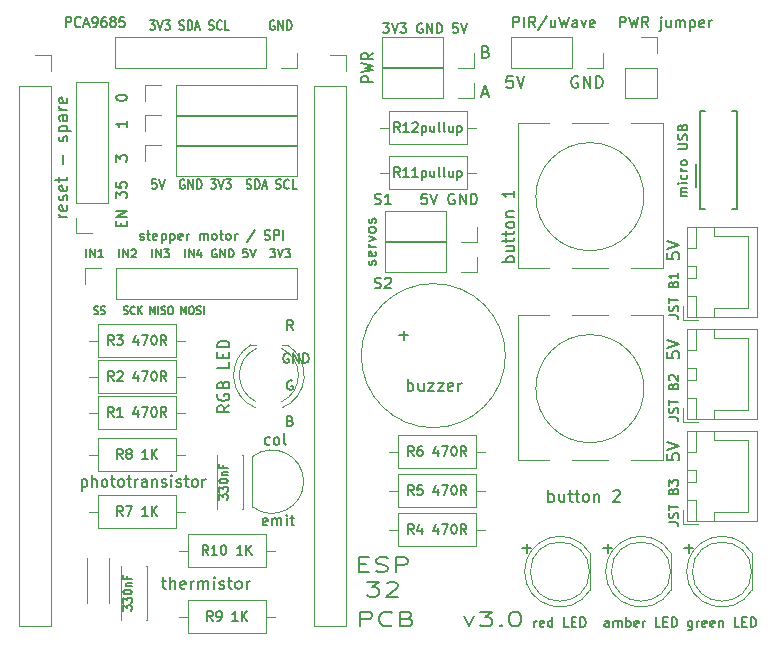
<source format=gto>
G04 #@! TF.GenerationSoftware,KiCad,Pcbnew,(5.1.2)-1*
G04 #@! TF.CreationDate,2024-09-19T10:13:49+01:00*
G04 #@! TF.ProjectId,ESP32_PCB03,45535033-325f-4504-9342-30332e6b6963,rev?*
G04 #@! TF.SameCoordinates,Original*
G04 #@! TF.FileFunction,Legend,Top*
G04 #@! TF.FilePolarity,Positive*
%FSLAX46Y46*%
G04 Gerber Fmt 4.6, Leading zero omitted, Abs format (unit mm)*
G04 Created by KiCad (PCBNEW (5.1.2)-1) date 2024-09-19 10:13:49*
%MOMM*%
%LPD*%
G04 APERTURE LIST*
%ADD10C,0.200000*%
%ADD11C,0.190000*%
%ADD12C,0.150000*%
%ADD13C,0.175000*%
%ADD14C,0.120000*%
%ADD15C,0.180000*%
%ADD16O,1.802000X1.802000*%
%ADD17R,1.802000X1.802000*%
%ADD18C,1.702000*%
%ADD19O,1.702000X1.702000*%
%ADD20C,1.502000*%
%ADD21O,1.502000X1.502000*%
%ADD22R,1.902000X1.172000*%
%ADD23O,1.902000X1.172000*%
%ADD24R,1.702000X1.702000*%
%ADD25C,1.902000*%
%ADD26R,1.902000X1.902000*%
%ADD27O,2.102000X1.802000*%
%ADD28C,1.802000*%
%ADD29O,1.829200X3.150000*%
%ADD30R,0.942000X0.942000*%
%ADD31C,0.942000*%
%ADD32O,1.952000X0.952000*%
%ADD33C,2.602000*%
G04 APERTURE END LIST*
D10*
X132178476Y-118167476D02*
X132178476Y-116917476D01*
X132826095Y-116917476D01*
X132988000Y-116977000D01*
X133068952Y-117036523D01*
X133149904Y-117155571D01*
X133149904Y-117334142D01*
X133068952Y-117453190D01*
X132988000Y-117512714D01*
X132826095Y-117572238D01*
X132178476Y-117572238D01*
X134849904Y-118048428D02*
X134768952Y-118107952D01*
X134526095Y-118167476D01*
X134364190Y-118167476D01*
X134121333Y-118107952D01*
X133959428Y-117988904D01*
X133878476Y-117869857D01*
X133797523Y-117631761D01*
X133797523Y-117453190D01*
X133878476Y-117215095D01*
X133959428Y-117096047D01*
X134121333Y-116977000D01*
X134364190Y-116917476D01*
X134526095Y-116917476D01*
X134768952Y-116977000D01*
X134849904Y-117036523D01*
X136145142Y-117512714D02*
X136388000Y-117572238D01*
X136468952Y-117631761D01*
X136549904Y-117750809D01*
X136549904Y-117929380D01*
X136468952Y-118048428D01*
X136388000Y-118107952D01*
X136226095Y-118167476D01*
X135578476Y-118167476D01*
X135578476Y-116917476D01*
X136145142Y-116917476D01*
X136307047Y-116977000D01*
X136388000Y-117036523D01*
X136468952Y-117155571D01*
X136468952Y-117274619D01*
X136388000Y-117393666D01*
X136307047Y-117453190D01*
X136145142Y-117512714D01*
X135578476Y-117512714D01*
X141002285Y-117334142D02*
X141407047Y-118167476D01*
X141811809Y-117334142D01*
X142297523Y-116917476D02*
X143349904Y-116917476D01*
X142783238Y-117393666D01*
X143026095Y-117393666D01*
X143188000Y-117453190D01*
X143268952Y-117512714D01*
X143349904Y-117631761D01*
X143349904Y-117929380D01*
X143268952Y-118048428D01*
X143188000Y-118107952D01*
X143026095Y-118167476D01*
X142540380Y-118167476D01*
X142378476Y-118107952D01*
X142297523Y-118048428D01*
X144078476Y-118048428D02*
X144159428Y-118107952D01*
X144078476Y-118167476D01*
X143997523Y-118107952D01*
X144078476Y-118048428D01*
X144078476Y-118167476D01*
X145211809Y-116917476D02*
X145373714Y-116917476D01*
X145535619Y-116977000D01*
X145616571Y-117036523D01*
X145697523Y-117155571D01*
X145778476Y-117393666D01*
X145778476Y-117691285D01*
X145697523Y-117929380D01*
X145616571Y-118048428D01*
X145535619Y-118107952D01*
X145373714Y-118167476D01*
X145211809Y-118167476D01*
X145049904Y-118107952D01*
X144968952Y-118048428D01*
X144888000Y-117929380D01*
X144807047Y-117691285D01*
X144807047Y-117393666D01*
X144888000Y-117155571D01*
X144968952Y-117036523D01*
X145049904Y-116977000D01*
X145211809Y-116917476D01*
X132088190Y-112919214D02*
X132654857Y-112919214D01*
X132897714Y-113573976D02*
X132088190Y-113573976D01*
X132088190Y-112323976D01*
X132897714Y-112323976D01*
X133545333Y-113514452D02*
X133788190Y-113573976D01*
X134192952Y-113573976D01*
X134354857Y-113514452D01*
X134435809Y-113454928D01*
X134516761Y-113335880D01*
X134516761Y-113216833D01*
X134435809Y-113097785D01*
X134354857Y-113038261D01*
X134192952Y-112978738D01*
X133869142Y-112919214D01*
X133707238Y-112859690D01*
X133626285Y-112800166D01*
X133545333Y-112681119D01*
X133545333Y-112562071D01*
X133626285Y-112443023D01*
X133707238Y-112383500D01*
X133869142Y-112323976D01*
X134273904Y-112323976D01*
X134516761Y-112383500D01*
X135245333Y-113573976D02*
X135245333Y-112323976D01*
X135892952Y-112323976D01*
X136054857Y-112383500D01*
X136135809Y-112443023D01*
X136216761Y-112562071D01*
X136216761Y-112740642D01*
X136135809Y-112859690D01*
X136054857Y-112919214D01*
X135892952Y-112978738D01*
X135245333Y-112978738D01*
X132735809Y-114398976D02*
X133788190Y-114398976D01*
X133221523Y-114875166D01*
X133464380Y-114875166D01*
X133626285Y-114934690D01*
X133707238Y-114994214D01*
X133788190Y-115113261D01*
X133788190Y-115410880D01*
X133707238Y-115529928D01*
X133626285Y-115589452D01*
X133464380Y-115648976D01*
X132978666Y-115648976D01*
X132816761Y-115589452D01*
X132735809Y-115529928D01*
X134435809Y-114518023D02*
X134516761Y-114458500D01*
X134678666Y-114398976D01*
X135083428Y-114398976D01*
X135245333Y-114458500D01*
X135326285Y-114518023D01*
X135407238Y-114637071D01*
X135407238Y-114756119D01*
X135326285Y-114934690D01*
X134354857Y-115648976D01*
X135407238Y-115648976D01*
D11*
X133460285Y-87569428D02*
X133503142Y-87483714D01*
X133503142Y-87312285D01*
X133460285Y-87226571D01*
X133374571Y-87183714D01*
X133331714Y-87183714D01*
X133246000Y-87226571D01*
X133203142Y-87312285D01*
X133203142Y-87440857D01*
X133160285Y-87526571D01*
X133074571Y-87569428D01*
X133031714Y-87569428D01*
X132946000Y-87526571D01*
X132903142Y-87440857D01*
X132903142Y-87312285D01*
X132946000Y-87226571D01*
X133460285Y-86455142D02*
X133503142Y-86540857D01*
X133503142Y-86712285D01*
X133460285Y-86798000D01*
X133374571Y-86840857D01*
X133031714Y-86840857D01*
X132946000Y-86798000D01*
X132903142Y-86712285D01*
X132903142Y-86540857D01*
X132946000Y-86455142D01*
X133031714Y-86412285D01*
X133117428Y-86412285D01*
X133203142Y-86840857D01*
X133503142Y-86026571D02*
X132903142Y-86026571D01*
X133074571Y-86026571D02*
X132988857Y-85983714D01*
X132946000Y-85940857D01*
X132903142Y-85855142D01*
X132903142Y-85769428D01*
X132903142Y-85555142D02*
X133503142Y-85340857D01*
X132903142Y-85126571D01*
X133503142Y-84655142D02*
X133460285Y-84740857D01*
X133417428Y-84783714D01*
X133331714Y-84826571D01*
X133074571Y-84826571D01*
X132988857Y-84783714D01*
X132946000Y-84740857D01*
X132903142Y-84655142D01*
X132903142Y-84526571D01*
X132946000Y-84440857D01*
X132988857Y-84398000D01*
X133074571Y-84355142D01*
X133331714Y-84355142D01*
X133417428Y-84398000D01*
X133460285Y-84440857D01*
X133503142Y-84526571D01*
X133503142Y-84655142D01*
X133460285Y-84012285D02*
X133503142Y-83926571D01*
X133503142Y-83755142D01*
X133460285Y-83669428D01*
X133374571Y-83626571D01*
X133331714Y-83626571D01*
X133246000Y-83669428D01*
X133203142Y-83755142D01*
X133203142Y-83883714D01*
X133160285Y-83969428D01*
X133074571Y-84012285D01*
X133031714Y-84012285D01*
X132946000Y-83969428D01*
X132903142Y-83883714D01*
X132903142Y-83755142D01*
X132946000Y-83669428D01*
X111949714Y-84290000D02*
X111949714Y-83990000D01*
X112421142Y-83861428D02*
X112421142Y-84290000D01*
X111521142Y-84290000D01*
X111521142Y-83861428D01*
X112421142Y-83475714D02*
X111521142Y-83475714D01*
X112421142Y-82961428D01*
X111521142Y-82961428D01*
X111521142Y-81932857D02*
X111521142Y-81375714D01*
X111864000Y-81675714D01*
X111864000Y-81547142D01*
X111906857Y-81461428D01*
X111949714Y-81418571D01*
X112035428Y-81375714D01*
X112249714Y-81375714D01*
X112335428Y-81418571D01*
X112378285Y-81461428D01*
X112421142Y-81547142D01*
X112421142Y-81804285D01*
X112378285Y-81890000D01*
X112335428Y-81932857D01*
X111521142Y-80561428D02*
X111521142Y-80990000D01*
X111949714Y-81032857D01*
X111906857Y-80990000D01*
X111864000Y-80904285D01*
X111864000Y-80690000D01*
X111906857Y-80604285D01*
X111949714Y-80561428D01*
X112035428Y-80518571D01*
X112249714Y-80518571D01*
X112335428Y-80561428D01*
X112378285Y-80604285D01*
X112421142Y-80690000D01*
X112421142Y-80904285D01*
X112378285Y-80990000D01*
X112335428Y-81032857D01*
X111521142Y-78847142D02*
X111521142Y-78290000D01*
X111864000Y-78590000D01*
X111864000Y-78461428D01*
X111906857Y-78375714D01*
X111949714Y-78332857D01*
X112035428Y-78290000D01*
X112249714Y-78290000D01*
X112335428Y-78332857D01*
X112378285Y-78375714D01*
X112421142Y-78461428D01*
X112421142Y-78718571D01*
X112378285Y-78804285D01*
X112335428Y-78847142D01*
X112421142Y-75375714D02*
X112421142Y-75890000D01*
X112421142Y-75632857D02*
X111521142Y-75632857D01*
X111649714Y-75718571D01*
X111735428Y-75804285D01*
X111778285Y-75890000D01*
X111521142Y-73447142D02*
X111521142Y-73361428D01*
X111564000Y-73275714D01*
X111606857Y-73232857D01*
X111692571Y-73190000D01*
X111864000Y-73147142D01*
X112078285Y-73147142D01*
X112249714Y-73190000D01*
X112335428Y-73232857D01*
X112378285Y-73275714D01*
X112421142Y-73361428D01*
X112421142Y-73447142D01*
X112378285Y-73532857D01*
X112335428Y-73575714D01*
X112249714Y-73618571D01*
X112078285Y-73661428D01*
X111864000Y-73661428D01*
X111692571Y-73618571D01*
X111606857Y-73575714D01*
X111564000Y-73532857D01*
X111521142Y-73447142D01*
D10*
X137814285Y-81549142D02*
X137385714Y-81549142D01*
X137342857Y-81977714D01*
X137385714Y-81934857D01*
X137471428Y-81892000D01*
X137685714Y-81892000D01*
X137771428Y-81934857D01*
X137814285Y-81977714D01*
X137857142Y-82063428D01*
X137857142Y-82277714D01*
X137814285Y-82363428D01*
X137771428Y-82406285D01*
X137685714Y-82449142D01*
X137471428Y-82449142D01*
X137385714Y-82406285D01*
X137342857Y-82363428D01*
X138114285Y-81549142D02*
X138414285Y-82449142D01*
X138714285Y-81549142D01*
X140171428Y-81592000D02*
X140085714Y-81549142D01*
X139957142Y-81549142D01*
X139828571Y-81592000D01*
X139742857Y-81677714D01*
X139700000Y-81763428D01*
X139657142Y-81934857D01*
X139657142Y-82063428D01*
X139700000Y-82234857D01*
X139742857Y-82320571D01*
X139828571Y-82406285D01*
X139957142Y-82449142D01*
X140042857Y-82449142D01*
X140171428Y-82406285D01*
X140214285Y-82363428D01*
X140214285Y-82063428D01*
X140042857Y-82063428D01*
X140600000Y-82449142D02*
X140600000Y-81549142D01*
X141114285Y-82449142D01*
X141114285Y-81549142D01*
X141542857Y-82449142D02*
X141542857Y-81549142D01*
X141757142Y-81549142D01*
X141885714Y-81592000D01*
X141971428Y-81677714D01*
X142014285Y-81763428D01*
X142057142Y-81934857D01*
X142057142Y-82063428D01*
X142014285Y-82234857D01*
X141971428Y-82320571D01*
X141885714Y-82406285D01*
X141757142Y-82449142D01*
X141542857Y-82449142D01*
X159639047Y-111577428D02*
X160400952Y-111577428D01*
X160020000Y-111958380D02*
X160020000Y-111196476D01*
X152781047Y-111577428D02*
X153542952Y-111577428D01*
X153162000Y-111958380D02*
X153162000Y-111196476D01*
X145923047Y-111577428D02*
X146684952Y-111577428D01*
X146304000Y-111958380D02*
X146304000Y-111196476D01*
D12*
X126295142Y-100780857D02*
X126409428Y-100818952D01*
X126447523Y-100857047D01*
X126485619Y-100933238D01*
X126485619Y-101047523D01*
X126447523Y-101123714D01*
X126409428Y-101161809D01*
X126333238Y-101199904D01*
X126028476Y-101199904D01*
X126028476Y-100399904D01*
X126295142Y-100399904D01*
X126371333Y-100438000D01*
X126409428Y-100476095D01*
X126447523Y-100552285D01*
X126447523Y-100628476D01*
X126409428Y-100704666D01*
X126371333Y-100742761D01*
X126295142Y-100780857D01*
X126028476Y-100780857D01*
X126447523Y-97390000D02*
X126371333Y-97351904D01*
X126257047Y-97351904D01*
X126142761Y-97390000D01*
X126066571Y-97466190D01*
X126028476Y-97542380D01*
X125990380Y-97694761D01*
X125990380Y-97809047D01*
X126028476Y-97961428D01*
X126066571Y-98037619D01*
X126142761Y-98113809D01*
X126257047Y-98151904D01*
X126333238Y-98151904D01*
X126447523Y-98113809D01*
X126485619Y-98075714D01*
X126485619Y-97809047D01*
X126333238Y-97809047D01*
X126485619Y-93071904D02*
X126218952Y-92690952D01*
X126028476Y-93071904D02*
X126028476Y-92271904D01*
X126333238Y-92271904D01*
X126409428Y-92310000D01*
X126447523Y-92348095D01*
X126485619Y-92424285D01*
X126485619Y-92538571D01*
X126447523Y-92614761D01*
X126409428Y-92652857D01*
X126333238Y-92690952D01*
X126028476Y-92690952D01*
X109642857Y-91723333D02*
X109728571Y-91756666D01*
X109871428Y-91756666D01*
X109928571Y-91723333D01*
X109957142Y-91690000D01*
X109985714Y-91623333D01*
X109985714Y-91556666D01*
X109957142Y-91490000D01*
X109928571Y-91456666D01*
X109871428Y-91423333D01*
X109757142Y-91390000D01*
X109700000Y-91356666D01*
X109671428Y-91323333D01*
X109642857Y-91256666D01*
X109642857Y-91190000D01*
X109671428Y-91123333D01*
X109700000Y-91090000D01*
X109757142Y-91056666D01*
X109900000Y-91056666D01*
X109985714Y-91090000D01*
X110214285Y-91723333D02*
X110300000Y-91756666D01*
X110442857Y-91756666D01*
X110500000Y-91723333D01*
X110528571Y-91690000D01*
X110557142Y-91623333D01*
X110557142Y-91556666D01*
X110528571Y-91490000D01*
X110500000Y-91456666D01*
X110442857Y-91423333D01*
X110328571Y-91390000D01*
X110271428Y-91356666D01*
X110242857Y-91323333D01*
X110214285Y-91256666D01*
X110214285Y-91190000D01*
X110242857Y-91123333D01*
X110271428Y-91090000D01*
X110328571Y-91056666D01*
X110471428Y-91056666D01*
X110557142Y-91090000D01*
X112157142Y-91723333D02*
X112242857Y-91756666D01*
X112385714Y-91756666D01*
X112442857Y-91723333D01*
X112471428Y-91690000D01*
X112500000Y-91623333D01*
X112500000Y-91556666D01*
X112471428Y-91490000D01*
X112442857Y-91456666D01*
X112385714Y-91423333D01*
X112271428Y-91390000D01*
X112214285Y-91356666D01*
X112185714Y-91323333D01*
X112157142Y-91256666D01*
X112157142Y-91190000D01*
X112185714Y-91123333D01*
X112214285Y-91090000D01*
X112271428Y-91056666D01*
X112414285Y-91056666D01*
X112500000Y-91090000D01*
X113100000Y-91690000D02*
X113071428Y-91723333D01*
X112985714Y-91756666D01*
X112928571Y-91756666D01*
X112842857Y-91723333D01*
X112785714Y-91656666D01*
X112757142Y-91590000D01*
X112728571Y-91456666D01*
X112728571Y-91356666D01*
X112757142Y-91223333D01*
X112785714Y-91156666D01*
X112842857Y-91090000D01*
X112928571Y-91056666D01*
X112985714Y-91056666D01*
X113071428Y-91090000D01*
X113100000Y-91123333D01*
X113357142Y-91756666D02*
X113357142Y-91056666D01*
X113700000Y-91756666D02*
X113442857Y-91356666D01*
X113700000Y-91056666D02*
X113357142Y-91456666D01*
X114414285Y-91756666D02*
X114414285Y-91056666D01*
X114614285Y-91556666D01*
X114814285Y-91056666D01*
X114814285Y-91756666D01*
X115100000Y-91756666D02*
X115100000Y-91056666D01*
X115357142Y-91723333D02*
X115442857Y-91756666D01*
X115585714Y-91756666D01*
X115642857Y-91723333D01*
X115671428Y-91690000D01*
X115700000Y-91623333D01*
X115700000Y-91556666D01*
X115671428Y-91490000D01*
X115642857Y-91456666D01*
X115585714Y-91423333D01*
X115471428Y-91390000D01*
X115414285Y-91356666D01*
X115385714Y-91323333D01*
X115357142Y-91256666D01*
X115357142Y-91190000D01*
X115385714Y-91123333D01*
X115414285Y-91090000D01*
X115471428Y-91056666D01*
X115614285Y-91056666D01*
X115700000Y-91090000D01*
X116071428Y-91056666D02*
X116185714Y-91056666D01*
X116242857Y-91090000D01*
X116300000Y-91156666D01*
X116328571Y-91290000D01*
X116328571Y-91523333D01*
X116300000Y-91656666D01*
X116242857Y-91723333D01*
X116185714Y-91756666D01*
X116071428Y-91756666D01*
X116014285Y-91723333D01*
X115957142Y-91656666D01*
X115928571Y-91523333D01*
X115928571Y-91290000D01*
X115957142Y-91156666D01*
X116014285Y-91090000D01*
X116071428Y-91056666D01*
X117042857Y-91756666D02*
X117042857Y-91056666D01*
X117242857Y-91556666D01*
X117442857Y-91056666D01*
X117442857Y-91756666D01*
X117842857Y-91056666D02*
X117957142Y-91056666D01*
X118014285Y-91090000D01*
X118071428Y-91156666D01*
X118100000Y-91290000D01*
X118100000Y-91523333D01*
X118071428Y-91656666D01*
X118014285Y-91723333D01*
X117957142Y-91756666D01*
X117842857Y-91756666D01*
X117785714Y-91723333D01*
X117728571Y-91656666D01*
X117700000Y-91523333D01*
X117700000Y-91290000D01*
X117728571Y-91156666D01*
X117785714Y-91090000D01*
X117842857Y-91056666D01*
X118328571Y-91723333D02*
X118414285Y-91756666D01*
X118557142Y-91756666D01*
X118614285Y-91723333D01*
X118642857Y-91690000D01*
X118671428Y-91623333D01*
X118671428Y-91556666D01*
X118642857Y-91490000D01*
X118614285Y-91456666D01*
X118557142Y-91423333D01*
X118442857Y-91390000D01*
X118385714Y-91356666D01*
X118357142Y-91323333D01*
X118328571Y-91256666D01*
X118328571Y-91190000D01*
X118357142Y-91123333D01*
X118385714Y-91090000D01*
X118442857Y-91056666D01*
X118585714Y-91056666D01*
X118671428Y-91090000D01*
X118928571Y-91756666D02*
X118928571Y-91056666D01*
X108968666Y-86930666D02*
X108968666Y-86230666D01*
X109302000Y-86930666D02*
X109302000Y-86230666D01*
X109702000Y-86930666D01*
X109702000Y-86230666D01*
X110402000Y-86930666D02*
X110002000Y-86930666D01*
X110202000Y-86930666D02*
X110202000Y-86230666D01*
X110135333Y-86330666D01*
X110068666Y-86397333D01*
X110002000Y-86430666D01*
X111768666Y-86930666D02*
X111768666Y-86230666D01*
X112102000Y-86930666D02*
X112102000Y-86230666D01*
X112502000Y-86930666D01*
X112502000Y-86230666D01*
X112802000Y-86297333D02*
X112835333Y-86264000D01*
X112902000Y-86230666D01*
X113068666Y-86230666D01*
X113135333Y-86264000D01*
X113168666Y-86297333D01*
X113202000Y-86364000D01*
X113202000Y-86430666D01*
X113168666Y-86530666D01*
X112768666Y-86930666D01*
X113202000Y-86930666D01*
X114568666Y-86930666D02*
X114568666Y-86230666D01*
X114902000Y-86930666D02*
X114902000Y-86230666D01*
X115302000Y-86930666D01*
X115302000Y-86230666D01*
X115568666Y-86230666D02*
X116002000Y-86230666D01*
X115768666Y-86497333D01*
X115868666Y-86497333D01*
X115935333Y-86530666D01*
X115968666Y-86564000D01*
X116002000Y-86630666D01*
X116002000Y-86797333D01*
X115968666Y-86864000D01*
X115935333Y-86897333D01*
X115868666Y-86930666D01*
X115668666Y-86930666D01*
X115602000Y-86897333D01*
X115568666Y-86864000D01*
X117368666Y-86930666D02*
X117368666Y-86230666D01*
X117702000Y-86930666D02*
X117702000Y-86230666D01*
X118102000Y-86930666D01*
X118102000Y-86230666D01*
X118735333Y-86464000D02*
X118735333Y-86930666D01*
X118568666Y-86197333D02*
X118402000Y-86697333D01*
X118835333Y-86697333D01*
X120002000Y-86264000D02*
X119935333Y-86230666D01*
X119835333Y-86230666D01*
X119735333Y-86264000D01*
X119668666Y-86330666D01*
X119635333Y-86397333D01*
X119602000Y-86530666D01*
X119602000Y-86630666D01*
X119635333Y-86764000D01*
X119668666Y-86830666D01*
X119735333Y-86897333D01*
X119835333Y-86930666D01*
X119902000Y-86930666D01*
X120002000Y-86897333D01*
X120035333Y-86864000D01*
X120035333Y-86630666D01*
X119902000Y-86630666D01*
X120335333Y-86930666D02*
X120335333Y-86230666D01*
X120735333Y-86930666D01*
X120735333Y-86230666D01*
X121068666Y-86930666D02*
X121068666Y-86230666D01*
X121235333Y-86230666D01*
X121335333Y-86264000D01*
X121402000Y-86330666D01*
X121435333Y-86397333D01*
X121468666Y-86530666D01*
X121468666Y-86630666D01*
X121435333Y-86764000D01*
X121402000Y-86830666D01*
X121335333Y-86897333D01*
X121235333Y-86930666D01*
X121068666Y-86930666D01*
X122635333Y-86230666D02*
X122302000Y-86230666D01*
X122268666Y-86564000D01*
X122302000Y-86530666D01*
X122368666Y-86497333D01*
X122535333Y-86497333D01*
X122602000Y-86530666D01*
X122635333Y-86564000D01*
X122668666Y-86630666D01*
X122668666Y-86797333D01*
X122635333Y-86864000D01*
X122602000Y-86897333D01*
X122535333Y-86930666D01*
X122368666Y-86930666D01*
X122302000Y-86897333D01*
X122268666Y-86864000D01*
X122868666Y-86230666D02*
X123102000Y-86930666D01*
X123335333Y-86230666D01*
X124568666Y-86230666D02*
X125002000Y-86230666D01*
X124768666Y-86497333D01*
X124868666Y-86497333D01*
X124935333Y-86530666D01*
X124968666Y-86564000D01*
X125002000Y-86630666D01*
X125002000Y-86797333D01*
X124968666Y-86864000D01*
X124935333Y-86897333D01*
X124868666Y-86930666D01*
X124668666Y-86930666D01*
X124602000Y-86897333D01*
X124568666Y-86864000D01*
X125202000Y-86230666D02*
X125435333Y-86930666D01*
X125668666Y-86230666D01*
X125835333Y-86230666D02*
X126268666Y-86230666D01*
X126035333Y-86497333D01*
X126135333Y-86497333D01*
X126202000Y-86530666D01*
X126235333Y-86564000D01*
X126268666Y-86630666D01*
X126268666Y-86797333D01*
X126235333Y-86864000D01*
X126202000Y-86897333D01*
X126135333Y-86930666D01*
X125935333Y-86930666D01*
X125868666Y-86897333D01*
X125835333Y-86864000D01*
X126136476Y-95104000D02*
X126060285Y-95065904D01*
X125946000Y-95065904D01*
X125831714Y-95104000D01*
X125755523Y-95180190D01*
X125717428Y-95256380D01*
X125679333Y-95408761D01*
X125679333Y-95523047D01*
X125717428Y-95675428D01*
X125755523Y-95751619D01*
X125831714Y-95827809D01*
X125946000Y-95865904D01*
X126022190Y-95865904D01*
X126136476Y-95827809D01*
X126174571Y-95789714D01*
X126174571Y-95523047D01*
X126022190Y-95523047D01*
X126517428Y-95865904D02*
X126517428Y-95065904D01*
X126974571Y-95865904D01*
X126974571Y-95065904D01*
X127355523Y-95865904D02*
X127355523Y-95065904D01*
X127546000Y-95065904D01*
X127660285Y-95104000D01*
X127736476Y-95180190D01*
X127774571Y-95256380D01*
X127812666Y-95408761D01*
X127812666Y-95523047D01*
X127774571Y-95675428D01*
X127736476Y-95751619D01*
X127660285Y-95827809D01*
X127546000Y-95865904D01*
X127355523Y-95865904D01*
D10*
X158202380Y-86550476D02*
X158202380Y-87026666D01*
X158678571Y-87074285D01*
X158630952Y-87026666D01*
X158583333Y-86931428D01*
X158583333Y-86693333D01*
X158630952Y-86598095D01*
X158678571Y-86550476D01*
X158773809Y-86502857D01*
X159011904Y-86502857D01*
X159107142Y-86550476D01*
X159154761Y-86598095D01*
X159202380Y-86693333D01*
X159202380Y-86931428D01*
X159154761Y-87026666D01*
X159107142Y-87074285D01*
X158202380Y-86217142D02*
X159202380Y-85883809D01*
X158202380Y-85550476D01*
X158202380Y-94932476D02*
X158202380Y-95408666D01*
X158678571Y-95456285D01*
X158630952Y-95408666D01*
X158583333Y-95313428D01*
X158583333Y-95075333D01*
X158630952Y-94980095D01*
X158678571Y-94932476D01*
X158773809Y-94884857D01*
X159011904Y-94884857D01*
X159107142Y-94932476D01*
X159154761Y-94980095D01*
X159202380Y-95075333D01*
X159202380Y-95313428D01*
X159154761Y-95408666D01*
X159107142Y-95456285D01*
X158202380Y-94599142D02*
X159202380Y-94265809D01*
X158202380Y-93932476D01*
X158202380Y-103568476D02*
X158202380Y-104044666D01*
X158678571Y-104092285D01*
X158630952Y-104044666D01*
X158583333Y-103949428D01*
X158583333Y-103711333D01*
X158630952Y-103616095D01*
X158678571Y-103568476D01*
X158773809Y-103520857D01*
X159011904Y-103520857D01*
X159107142Y-103568476D01*
X159154761Y-103616095D01*
X159202380Y-103711333D01*
X159202380Y-103949428D01*
X159154761Y-104044666D01*
X159107142Y-104092285D01*
X158202380Y-103235142D02*
X159202380Y-102901809D01*
X158202380Y-102568476D01*
X150622095Y-71636000D02*
X150526857Y-71588380D01*
X150384000Y-71588380D01*
X150241142Y-71636000D01*
X150145904Y-71731238D01*
X150098285Y-71826476D01*
X150050666Y-72016952D01*
X150050666Y-72159809D01*
X150098285Y-72350285D01*
X150145904Y-72445523D01*
X150241142Y-72540761D01*
X150384000Y-72588380D01*
X150479238Y-72588380D01*
X150622095Y-72540761D01*
X150669714Y-72493142D01*
X150669714Y-72159809D01*
X150479238Y-72159809D01*
X151098285Y-72588380D02*
X151098285Y-71588380D01*
X151669714Y-72588380D01*
X151669714Y-71588380D01*
X152145904Y-72588380D02*
X152145904Y-71588380D01*
X152384000Y-71588380D01*
X152526857Y-71636000D01*
X152622095Y-71731238D01*
X152669714Y-71826476D01*
X152717333Y-72016952D01*
X152717333Y-72159809D01*
X152669714Y-72350285D01*
X152622095Y-72445523D01*
X152526857Y-72540761D01*
X152384000Y-72588380D01*
X152145904Y-72588380D01*
X145097523Y-71588380D02*
X144621333Y-71588380D01*
X144573714Y-72064571D01*
X144621333Y-72016952D01*
X144716571Y-71969333D01*
X144954666Y-71969333D01*
X145049904Y-72016952D01*
X145097523Y-72064571D01*
X145145142Y-72159809D01*
X145145142Y-72397904D01*
X145097523Y-72493142D01*
X145049904Y-72540761D01*
X144954666Y-72588380D01*
X144716571Y-72588380D01*
X144621333Y-72540761D01*
X144573714Y-72493142D01*
X145430857Y-71588380D02*
X145764190Y-72588380D01*
X146097523Y-71588380D01*
X133294380Y-72066000D02*
X132294380Y-72066000D01*
X132294380Y-71723142D01*
X132342000Y-71637428D01*
X132389619Y-71594571D01*
X132484857Y-71551714D01*
X132627714Y-71551714D01*
X132722952Y-71594571D01*
X132770571Y-71637428D01*
X132818190Y-71723142D01*
X132818190Y-72066000D01*
X132294380Y-71251714D02*
X133294380Y-71037428D01*
X132580095Y-70866000D01*
X133294380Y-70694571D01*
X132294380Y-70480285D01*
X133294380Y-69623142D02*
X132818190Y-69923142D01*
X133294380Y-70137428D02*
X132294380Y-70137428D01*
X132294380Y-69794571D01*
X132342000Y-69708857D01*
X132389619Y-69666000D01*
X132484857Y-69623142D01*
X132627714Y-69623142D01*
X132722952Y-69666000D01*
X132770571Y-69708857D01*
X132818190Y-69794571D01*
X132818190Y-70137428D01*
X124322000Y-109584285D02*
X124236285Y-109627142D01*
X124064857Y-109627142D01*
X123979142Y-109584285D01*
X123936285Y-109498571D01*
X123936285Y-109155714D01*
X123979142Y-109070000D01*
X124064857Y-109027142D01*
X124236285Y-109027142D01*
X124322000Y-109070000D01*
X124364857Y-109155714D01*
X124364857Y-109241428D01*
X123936285Y-109327142D01*
X124750571Y-109627142D02*
X124750571Y-109027142D01*
X124750571Y-109112857D02*
X124793428Y-109070000D01*
X124879142Y-109027142D01*
X125007714Y-109027142D01*
X125093428Y-109070000D01*
X125136285Y-109155714D01*
X125136285Y-109627142D01*
X125136285Y-109155714D02*
X125179142Y-109070000D01*
X125264857Y-109027142D01*
X125393428Y-109027142D01*
X125479142Y-109070000D01*
X125522000Y-109155714D01*
X125522000Y-109627142D01*
X125950571Y-109627142D02*
X125950571Y-109027142D01*
X125950571Y-108727142D02*
X125907714Y-108770000D01*
X125950571Y-108812857D01*
X125993428Y-108770000D01*
X125950571Y-108727142D01*
X125950571Y-108812857D01*
X126250571Y-109027142D02*
X126593428Y-109027142D01*
X126379142Y-108727142D02*
X126379142Y-109498571D01*
X126422000Y-109584285D01*
X126507714Y-109627142D01*
X126593428Y-109627142D01*
X124539428Y-102766761D02*
X124453714Y-102814380D01*
X124282285Y-102814380D01*
X124196571Y-102766761D01*
X124153714Y-102719142D01*
X124110857Y-102623904D01*
X124110857Y-102338190D01*
X124153714Y-102242952D01*
X124196571Y-102195333D01*
X124282285Y-102147714D01*
X124453714Y-102147714D01*
X124539428Y-102195333D01*
X125053714Y-102814380D02*
X124968000Y-102766761D01*
X124925142Y-102719142D01*
X124882285Y-102623904D01*
X124882285Y-102338190D01*
X124925142Y-102242952D01*
X124968000Y-102195333D01*
X125053714Y-102147714D01*
X125182285Y-102147714D01*
X125268000Y-102195333D01*
X125310857Y-102242952D01*
X125353714Y-102338190D01*
X125353714Y-102623904D01*
X125310857Y-102719142D01*
X125268000Y-102766761D01*
X125182285Y-102814380D01*
X125053714Y-102814380D01*
X125868000Y-102814380D02*
X125782285Y-102766761D01*
X125739428Y-102671523D01*
X125739428Y-101814380D01*
D13*
X114379333Y-66871904D02*
X114812666Y-66871904D01*
X114579333Y-67176666D01*
X114679333Y-67176666D01*
X114746000Y-67214761D01*
X114779333Y-67252857D01*
X114812666Y-67329047D01*
X114812666Y-67519523D01*
X114779333Y-67595714D01*
X114746000Y-67633809D01*
X114679333Y-67671904D01*
X114479333Y-67671904D01*
X114412666Y-67633809D01*
X114379333Y-67595714D01*
X115012666Y-66871904D02*
X115246000Y-67671904D01*
X115479333Y-66871904D01*
X115646000Y-66871904D02*
X116079333Y-66871904D01*
X115846000Y-67176666D01*
X115946000Y-67176666D01*
X116012666Y-67214761D01*
X116046000Y-67252857D01*
X116079333Y-67329047D01*
X116079333Y-67519523D01*
X116046000Y-67595714D01*
X116012666Y-67633809D01*
X115946000Y-67671904D01*
X115746000Y-67671904D01*
X115679333Y-67633809D01*
X115646000Y-67595714D01*
X116879333Y-67633809D02*
X116979333Y-67671904D01*
X117146000Y-67671904D01*
X117212666Y-67633809D01*
X117246000Y-67595714D01*
X117279333Y-67519523D01*
X117279333Y-67443333D01*
X117246000Y-67367142D01*
X117212666Y-67329047D01*
X117146000Y-67290952D01*
X117012666Y-67252857D01*
X116946000Y-67214761D01*
X116912666Y-67176666D01*
X116879333Y-67100476D01*
X116879333Y-67024285D01*
X116912666Y-66948095D01*
X116946000Y-66910000D01*
X117012666Y-66871904D01*
X117179333Y-66871904D01*
X117279333Y-66910000D01*
X117579333Y-67671904D02*
X117579333Y-66871904D01*
X117746000Y-66871904D01*
X117846000Y-66910000D01*
X117912666Y-66986190D01*
X117946000Y-67062380D01*
X117979333Y-67214761D01*
X117979333Y-67329047D01*
X117946000Y-67481428D01*
X117912666Y-67557619D01*
X117846000Y-67633809D01*
X117746000Y-67671904D01*
X117579333Y-67671904D01*
X118246000Y-67443333D02*
X118579333Y-67443333D01*
X118179333Y-67671904D02*
X118412666Y-66871904D01*
X118646000Y-67671904D01*
X119379333Y-67633809D02*
X119479333Y-67671904D01*
X119646000Y-67671904D01*
X119712666Y-67633809D01*
X119746000Y-67595714D01*
X119779333Y-67519523D01*
X119779333Y-67443333D01*
X119746000Y-67367142D01*
X119712666Y-67329047D01*
X119646000Y-67290952D01*
X119512666Y-67252857D01*
X119446000Y-67214761D01*
X119412666Y-67176666D01*
X119379333Y-67100476D01*
X119379333Y-67024285D01*
X119412666Y-66948095D01*
X119446000Y-66910000D01*
X119512666Y-66871904D01*
X119679333Y-66871904D01*
X119779333Y-66910000D01*
X120479333Y-67595714D02*
X120446000Y-67633809D01*
X120346000Y-67671904D01*
X120279333Y-67671904D01*
X120179333Y-67633809D01*
X120112666Y-67557619D01*
X120079333Y-67481428D01*
X120046000Y-67329047D01*
X120046000Y-67214761D01*
X120079333Y-67062380D01*
X120112666Y-66986190D01*
X120179333Y-66910000D01*
X120279333Y-66871904D01*
X120346000Y-66871904D01*
X120446000Y-66910000D01*
X120479333Y-66948095D01*
X121112666Y-67671904D02*
X120779333Y-67671904D01*
X120779333Y-66871904D01*
X124912666Y-66910000D02*
X124846000Y-66871904D01*
X124746000Y-66871904D01*
X124646000Y-66910000D01*
X124579333Y-66986190D01*
X124546000Y-67062380D01*
X124512666Y-67214761D01*
X124512666Y-67329047D01*
X124546000Y-67481428D01*
X124579333Y-67557619D01*
X124646000Y-67633809D01*
X124746000Y-67671904D01*
X124812666Y-67671904D01*
X124912666Y-67633809D01*
X124946000Y-67595714D01*
X124946000Y-67329047D01*
X124812666Y-67329047D01*
X125246000Y-67671904D02*
X125246000Y-66871904D01*
X125646000Y-67671904D01*
X125646000Y-66871904D01*
X125979333Y-67671904D02*
X125979333Y-66871904D01*
X126146000Y-66871904D01*
X126246000Y-66910000D01*
X126312666Y-66986190D01*
X126346000Y-67062380D01*
X126379333Y-67214761D01*
X126379333Y-67329047D01*
X126346000Y-67481428D01*
X126312666Y-67557619D01*
X126246000Y-67633809D01*
X126146000Y-67671904D01*
X125979333Y-67671904D01*
X114933333Y-80333904D02*
X114600000Y-80333904D01*
X114566666Y-80714857D01*
X114600000Y-80676761D01*
X114666666Y-80638666D01*
X114833333Y-80638666D01*
X114900000Y-80676761D01*
X114933333Y-80714857D01*
X114966666Y-80791047D01*
X114966666Y-80981523D01*
X114933333Y-81057714D01*
X114900000Y-81095809D01*
X114833333Y-81133904D01*
X114666666Y-81133904D01*
X114600000Y-81095809D01*
X114566666Y-81057714D01*
X115166666Y-80333904D02*
X115400000Y-81133904D01*
X115633333Y-80333904D01*
X117300000Y-80372000D02*
X117233333Y-80333904D01*
X117133333Y-80333904D01*
X117033333Y-80372000D01*
X116966666Y-80448190D01*
X116933333Y-80524380D01*
X116900000Y-80676761D01*
X116900000Y-80791047D01*
X116933333Y-80943428D01*
X116966666Y-81019619D01*
X117033333Y-81095809D01*
X117133333Y-81133904D01*
X117200000Y-81133904D01*
X117300000Y-81095809D01*
X117333333Y-81057714D01*
X117333333Y-80791047D01*
X117200000Y-80791047D01*
X117633333Y-81133904D02*
X117633333Y-80333904D01*
X118033333Y-81133904D01*
X118033333Y-80333904D01*
X118366666Y-81133904D02*
X118366666Y-80333904D01*
X118533333Y-80333904D01*
X118633333Y-80372000D01*
X118700000Y-80448190D01*
X118733333Y-80524380D01*
X118766666Y-80676761D01*
X118766666Y-80791047D01*
X118733333Y-80943428D01*
X118700000Y-81019619D01*
X118633333Y-81095809D01*
X118533333Y-81133904D01*
X118366666Y-81133904D01*
X119533333Y-80333904D02*
X119966666Y-80333904D01*
X119733333Y-80638666D01*
X119833333Y-80638666D01*
X119900000Y-80676761D01*
X119933333Y-80714857D01*
X119966666Y-80791047D01*
X119966666Y-80981523D01*
X119933333Y-81057714D01*
X119900000Y-81095809D01*
X119833333Y-81133904D01*
X119633333Y-81133904D01*
X119566666Y-81095809D01*
X119533333Y-81057714D01*
X120166666Y-80333904D02*
X120400000Y-81133904D01*
X120633333Y-80333904D01*
X120800000Y-80333904D02*
X121233333Y-80333904D01*
X121000000Y-80638666D01*
X121100000Y-80638666D01*
X121166666Y-80676761D01*
X121200000Y-80714857D01*
X121233333Y-80791047D01*
X121233333Y-80981523D01*
X121200000Y-81057714D01*
X121166666Y-81095809D01*
X121100000Y-81133904D01*
X120900000Y-81133904D01*
X120833333Y-81095809D01*
X120800000Y-81057714D01*
X122566666Y-81095809D02*
X122666666Y-81133904D01*
X122833333Y-81133904D01*
X122900000Y-81095809D01*
X122933333Y-81057714D01*
X122966666Y-80981523D01*
X122966666Y-80905333D01*
X122933333Y-80829142D01*
X122900000Y-80791047D01*
X122833333Y-80752952D01*
X122700000Y-80714857D01*
X122633333Y-80676761D01*
X122600000Y-80638666D01*
X122566666Y-80562476D01*
X122566666Y-80486285D01*
X122600000Y-80410095D01*
X122633333Y-80372000D01*
X122700000Y-80333904D01*
X122866666Y-80333904D01*
X122966666Y-80372000D01*
X123266666Y-81133904D02*
X123266666Y-80333904D01*
X123433333Y-80333904D01*
X123533333Y-80372000D01*
X123600000Y-80448190D01*
X123633333Y-80524380D01*
X123666666Y-80676761D01*
X123666666Y-80791047D01*
X123633333Y-80943428D01*
X123600000Y-81019619D01*
X123533333Y-81095809D01*
X123433333Y-81133904D01*
X123266666Y-81133904D01*
X123933333Y-80905333D02*
X124266666Y-80905333D01*
X123866666Y-81133904D02*
X124100000Y-80333904D01*
X124333333Y-81133904D01*
X125066666Y-81095809D02*
X125166666Y-81133904D01*
X125333333Y-81133904D01*
X125400000Y-81095809D01*
X125433333Y-81057714D01*
X125466666Y-80981523D01*
X125466666Y-80905333D01*
X125433333Y-80829142D01*
X125400000Y-80791047D01*
X125333333Y-80752952D01*
X125200000Y-80714857D01*
X125133333Y-80676761D01*
X125100000Y-80638666D01*
X125066666Y-80562476D01*
X125066666Y-80486285D01*
X125100000Y-80410095D01*
X125133333Y-80372000D01*
X125200000Y-80333904D01*
X125366666Y-80333904D01*
X125466666Y-80372000D01*
X126166666Y-81057714D02*
X126133333Y-81095809D01*
X126033333Y-81133904D01*
X125966666Y-81133904D01*
X125866666Y-81095809D01*
X125800000Y-81019619D01*
X125766666Y-80943428D01*
X125733333Y-80791047D01*
X125733333Y-80676761D01*
X125766666Y-80524380D01*
X125800000Y-80448190D01*
X125866666Y-80372000D01*
X125966666Y-80333904D01*
X126033333Y-80333904D01*
X126133333Y-80372000D01*
X126166666Y-80410095D01*
X126800000Y-81133904D02*
X126466666Y-81133904D01*
X126466666Y-80333904D01*
D10*
X134125142Y-67125904D02*
X134620380Y-67125904D01*
X134353714Y-67430666D01*
X134468000Y-67430666D01*
X134544190Y-67468761D01*
X134582285Y-67506857D01*
X134620380Y-67583047D01*
X134620380Y-67773523D01*
X134582285Y-67849714D01*
X134544190Y-67887809D01*
X134468000Y-67925904D01*
X134239428Y-67925904D01*
X134163238Y-67887809D01*
X134125142Y-67849714D01*
X134848952Y-67125904D02*
X135115619Y-67925904D01*
X135382285Y-67125904D01*
X135572761Y-67125904D02*
X136068000Y-67125904D01*
X135801333Y-67430666D01*
X135915619Y-67430666D01*
X135991809Y-67468761D01*
X136029904Y-67506857D01*
X136068000Y-67583047D01*
X136068000Y-67773523D01*
X136029904Y-67849714D01*
X135991809Y-67887809D01*
X135915619Y-67925904D01*
X135687047Y-67925904D01*
X135610857Y-67887809D01*
X135572761Y-67849714D01*
X137439428Y-67164000D02*
X137363238Y-67125904D01*
X137248952Y-67125904D01*
X137134666Y-67164000D01*
X137058476Y-67240190D01*
X137020380Y-67316380D01*
X136982285Y-67468761D01*
X136982285Y-67583047D01*
X137020380Y-67735428D01*
X137058476Y-67811619D01*
X137134666Y-67887809D01*
X137248952Y-67925904D01*
X137325142Y-67925904D01*
X137439428Y-67887809D01*
X137477523Y-67849714D01*
X137477523Y-67583047D01*
X137325142Y-67583047D01*
X137820380Y-67925904D02*
X137820380Y-67125904D01*
X138277523Y-67925904D01*
X138277523Y-67125904D01*
X138658476Y-67925904D02*
X138658476Y-67125904D01*
X138848952Y-67125904D01*
X138963238Y-67164000D01*
X139039428Y-67240190D01*
X139077523Y-67316380D01*
X139115619Y-67468761D01*
X139115619Y-67583047D01*
X139077523Y-67735428D01*
X139039428Y-67811619D01*
X138963238Y-67887809D01*
X138848952Y-67925904D01*
X138658476Y-67925904D01*
X140448952Y-67125904D02*
X140068000Y-67125904D01*
X140029904Y-67506857D01*
X140068000Y-67468761D01*
X140144190Y-67430666D01*
X140334666Y-67430666D01*
X140410857Y-67468761D01*
X140448952Y-67506857D01*
X140487047Y-67583047D01*
X140487047Y-67773523D01*
X140448952Y-67849714D01*
X140410857Y-67887809D01*
X140334666Y-67925904D01*
X140144190Y-67925904D01*
X140068000Y-67887809D01*
X140029904Y-67849714D01*
X140715619Y-67125904D02*
X140982285Y-67925904D01*
X141248952Y-67125904D01*
D14*
X129648000Y-69790000D02*
X130978000Y-69790000D01*
X130978000Y-69790000D02*
X130978000Y-71120000D01*
X130978000Y-72390000D02*
X130978000Y-118170000D01*
X128318000Y-118170000D02*
X130978000Y-118170000D01*
X128318000Y-72390000D02*
X128318000Y-118170000D01*
X128318000Y-72390000D02*
X130978000Y-72390000D01*
X103318000Y-72390000D02*
X105978000Y-72390000D01*
X103318000Y-72390000D02*
X103318000Y-118170000D01*
X103318000Y-118170000D02*
X105978000Y-118170000D01*
X105978000Y-72390000D02*
X105978000Y-118170000D01*
X105978000Y-69790000D02*
X105978000Y-71120000D01*
X104648000Y-69790000D02*
X105978000Y-69790000D01*
X124174000Y-113130000D02*
X124174000Y-110390000D01*
X124174000Y-110390000D02*
X117634000Y-110390000D01*
X117634000Y-110390000D02*
X117634000Y-113130000D01*
X117634000Y-113130000D02*
X124174000Y-113130000D01*
X124944000Y-111760000D02*
X124174000Y-111760000D01*
X116864000Y-111760000D02*
X117634000Y-111760000D01*
X123064000Y-103798000D02*
X123064000Y-108048000D01*
X123068837Y-108041756D02*
G75*
G03X123064000Y-103798000I1645163J2123756D01*
G01*
X110902000Y-112380000D02*
X110902000Y-116220000D01*
X109062000Y-112380000D02*
X109062000Y-116220000D01*
X125540827Y-99688815D02*
G75*
G03X126004830Y-94341000I-1080827J2787815D01*
G01*
X123379173Y-99688815D02*
G75*
G02X122915170Y-94341000I1080827J2787815D01*
G01*
X125540429Y-99155479D02*
G75*
G03X125540000Y-94646316I-1080429J2254479D01*
G01*
X123379571Y-99155479D02*
G75*
G02X123380000Y-94646316I1080429J2254479D01*
G01*
X126005000Y-94341000D02*
X125540000Y-94341000D01*
X123380000Y-94341000D02*
X122915000Y-94341000D01*
X144478000Y-95250000D02*
G75*
G03X144478000Y-95250000I-6100000J0D01*
G01*
X122213000Y-103688000D02*
X122228000Y-103688000D01*
X120088000Y-103688000D02*
X120103000Y-103688000D01*
X122213000Y-108228000D02*
X122228000Y-108228000D01*
X120088000Y-108228000D02*
X120103000Y-108228000D01*
X122228000Y-108228000D02*
X122228000Y-103688000D01*
X120088000Y-108228000D02*
X120088000Y-103688000D01*
X111960000Y-117626000D02*
X111960000Y-113086000D01*
X114100000Y-117626000D02*
X114100000Y-113086000D01*
X111960000Y-117626000D02*
X111975000Y-117626000D01*
X114085000Y-117626000D02*
X114100000Y-117626000D01*
X111960000Y-113086000D02*
X111975000Y-113086000D01*
X114085000Y-113086000D02*
X114100000Y-113086000D01*
X158516000Y-115083000D02*
X158516000Y-111993000D01*
X158456000Y-113538000D02*
G75*
G03X158456000Y-113538000I-2500000J0D01*
G01*
X152966000Y-113538462D02*
G75*
G02X158516000Y-111993170I2990000J462D01*
G01*
X152966000Y-113537538D02*
G75*
G03X158516000Y-115082830I2990000J-462D01*
G01*
X113986000Y-76200000D02*
X113986000Y-74870000D01*
X113986000Y-74870000D02*
X115316000Y-74870000D01*
X116586000Y-74870000D02*
X126806000Y-74870000D01*
X126806000Y-77530000D02*
X126806000Y-74870000D01*
X116586000Y-77530000D02*
X126806000Y-77530000D01*
X116586000Y-77530000D02*
X116586000Y-74870000D01*
X116586000Y-74990000D02*
X116586000Y-72330000D01*
X116586000Y-74990000D02*
X126806000Y-74990000D01*
X126806000Y-74990000D02*
X126806000Y-72330000D01*
X116586000Y-72330000D02*
X126806000Y-72330000D01*
X113986000Y-72330000D02*
X115316000Y-72330000D01*
X113986000Y-73660000D02*
X113986000Y-72330000D01*
X113986000Y-78740000D02*
X113986000Y-77410000D01*
X113986000Y-77410000D02*
X115316000Y-77410000D01*
X116586000Y-77410000D02*
X126806000Y-77410000D01*
X126806000Y-80070000D02*
X126806000Y-77410000D01*
X116586000Y-80070000D02*
X126806000Y-80070000D01*
X116586000Y-80070000D02*
X116586000Y-77410000D01*
X139192000Y-70806000D02*
X139192000Y-73466000D01*
X139192000Y-70806000D02*
X134052000Y-70806000D01*
X134052000Y-70806000D02*
X134052000Y-73466000D01*
X139192000Y-73466000D02*
X134052000Y-73466000D01*
X141792000Y-73466000D02*
X140462000Y-73466000D01*
X141792000Y-72136000D02*
X141792000Y-73466000D01*
X141792000Y-69596000D02*
X141792000Y-70926000D01*
X141792000Y-70926000D02*
X140462000Y-70926000D01*
X139192000Y-70926000D02*
X134052000Y-70926000D01*
X134052000Y-68266000D02*
X134052000Y-70926000D01*
X139192000Y-68266000D02*
X134052000Y-68266000D01*
X139192000Y-68266000D02*
X139192000Y-70926000D01*
X124206000Y-68266000D02*
X124206000Y-70926000D01*
X124206000Y-68266000D02*
X111446000Y-68266000D01*
X111446000Y-68266000D02*
X111446000Y-70926000D01*
X124206000Y-70926000D02*
X111446000Y-70926000D01*
X126806000Y-70926000D02*
X125476000Y-70926000D01*
X126806000Y-69596000D02*
X126806000Y-70926000D01*
X150114000Y-68266000D02*
X150114000Y-70926000D01*
X150114000Y-68266000D02*
X144974000Y-68266000D01*
X144974000Y-68266000D02*
X144974000Y-70926000D01*
X150114000Y-70926000D02*
X144974000Y-70926000D01*
X152714000Y-70926000D02*
X151384000Y-70926000D01*
X152714000Y-69596000D02*
X152714000Y-70926000D01*
X142046000Y-84328000D02*
X142046000Y-85658000D01*
X142046000Y-85658000D02*
X140716000Y-85658000D01*
X139446000Y-85658000D02*
X134306000Y-85658000D01*
X134306000Y-82998000D02*
X134306000Y-85658000D01*
X139446000Y-82998000D02*
X134306000Y-82998000D01*
X139446000Y-82998000D02*
X139446000Y-85658000D01*
X139446000Y-85538000D02*
X139446000Y-88198000D01*
X139446000Y-85538000D02*
X134306000Y-85538000D01*
X134306000Y-85538000D02*
X134306000Y-88198000D01*
X139446000Y-88198000D02*
X134306000Y-88198000D01*
X142046000Y-88198000D02*
X140716000Y-88198000D01*
X142046000Y-86868000D02*
X142046000Y-88198000D01*
X159556000Y-92258000D02*
X160806000Y-92258000D01*
X159556000Y-91008000D02*
X159556000Y-92258000D01*
X165056000Y-85108000D02*
X165056000Y-88158000D01*
X162106000Y-85108000D02*
X165056000Y-85108000D01*
X162106000Y-84358000D02*
X162106000Y-85108000D01*
X165056000Y-91208000D02*
X165056000Y-88158000D01*
X162106000Y-91208000D02*
X165056000Y-91208000D01*
X162106000Y-91958000D02*
X162106000Y-91208000D01*
X159856000Y-84358000D02*
X159856000Y-86158000D01*
X160606000Y-84358000D02*
X159856000Y-84358000D01*
X160606000Y-86158000D02*
X160606000Y-84358000D01*
X159856000Y-86158000D02*
X160606000Y-86158000D01*
X159856000Y-90158000D02*
X159856000Y-91958000D01*
X160606000Y-90158000D02*
X159856000Y-90158000D01*
X160606000Y-91958000D02*
X160606000Y-90158000D01*
X159856000Y-91958000D02*
X160606000Y-91958000D01*
X159856000Y-87658000D02*
X159856000Y-88658000D01*
X160606000Y-87658000D02*
X159856000Y-87658000D01*
X160606000Y-88658000D02*
X160606000Y-87658000D01*
X159856000Y-88658000D02*
X160606000Y-88658000D01*
X159846000Y-84348000D02*
X159846000Y-91968000D01*
X165816000Y-84348000D02*
X159846000Y-84348000D01*
X165816000Y-91968000D02*
X165816000Y-84348000D01*
X159846000Y-91968000D02*
X165816000Y-91968000D01*
X159846000Y-100604000D02*
X165816000Y-100604000D01*
X165816000Y-100604000D02*
X165816000Y-92984000D01*
X165816000Y-92984000D02*
X159846000Y-92984000D01*
X159846000Y-92984000D02*
X159846000Y-100604000D01*
X159856000Y-97294000D02*
X160606000Y-97294000D01*
X160606000Y-97294000D02*
X160606000Y-96294000D01*
X160606000Y-96294000D02*
X159856000Y-96294000D01*
X159856000Y-96294000D02*
X159856000Y-97294000D01*
X159856000Y-100594000D02*
X160606000Y-100594000D01*
X160606000Y-100594000D02*
X160606000Y-98794000D01*
X160606000Y-98794000D02*
X159856000Y-98794000D01*
X159856000Y-98794000D02*
X159856000Y-100594000D01*
X159856000Y-94794000D02*
X160606000Y-94794000D01*
X160606000Y-94794000D02*
X160606000Y-92994000D01*
X160606000Y-92994000D02*
X159856000Y-92994000D01*
X159856000Y-92994000D02*
X159856000Y-94794000D01*
X162106000Y-100594000D02*
X162106000Y-99844000D01*
X162106000Y-99844000D02*
X165056000Y-99844000D01*
X165056000Y-99844000D02*
X165056000Y-96794000D01*
X162106000Y-92994000D02*
X162106000Y-93744000D01*
X162106000Y-93744000D02*
X165056000Y-93744000D01*
X165056000Y-93744000D02*
X165056000Y-96794000D01*
X159556000Y-99644000D02*
X159556000Y-100894000D01*
X159556000Y-100894000D02*
X160806000Y-100894000D01*
X159556000Y-109530000D02*
X160806000Y-109530000D01*
X159556000Y-108280000D02*
X159556000Y-109530000D01*
X165056000Y-102380000D02*
X165056000Y-105430000D01*
X162106000Y-102380000D02*
X165056000Y-102380000D01*
X162106000Y-101630000D02*
X162106000Y-102380000D01*
X165056000Y-108480000D02*
X165056000Y-105430000D01*
X162106000Y-108480000D02*
X165056000Y-108480000D01*
X162106000Y-109230000D02*
X162106000Y-108480000D01*
X159856000Y-101630000D02*
X159856000Y-103430000D01*
X160606000Y-101630000D02*
X159856000Y-101630000D01*
X160606000Y-103430000D02*
X160606000Y-101630000D01*
X159856000Y-103430000D02*
X160606000Y-103430000D01*
X159856000Y-107430000D02*
X159856000Y-109230000D01*
X160606000Y-107430000D02*
X159856000Y-107430000D01*
X160606000Y-109230000D02*
X160606000Y-107430000D01*
X159856000Y-109230000D02*
X160606000Y-109230000D01*
X159856000Y-104930000D02*
X159856000Y-105930000D01*
X160606000Y-104930000D02*
X159856000Y-104930000D01*
X160606000Y-105930000D02*
X160606000Y-104930000D01*
X159856000Y-105930000D02*
X160606000Y-105930000D01*
X159846000Y-101620000D02*
X159846000Y-109240000D01*
X165816000Y-101620000D02*
X159846000Y-101620000D01*
X165816000Y-109240000D02*
X165816000Y-101620000D01*
X159846000Y-109240000D02*
X165816000Y-109240000D01*
X110014000Y-98706000D02*
X110014000Y-101446000D01*
X110014000Y-101446000D02*
X116554000Y-101446000D01*
X116554000Y-101446000D02*
X116554000Y-98706000D01*
X116554000Y-98706000D02*
X110014000Y-98706000D01*
X109244000Y-100076000D02*
X110014000Y-100076000D01*
X117324000Y-100076000D02*
X116554000Y-100076000D01*
X117324000Y-97028000D02*
X116554000Y-97028000D01*
X109244000Y-97028000D02*
X110014000Y-97028000D01*
X116554000Y-95658000D02*
X110014000Y-95658000D01*
X116554000Y-98398000D02*
X116554000Y-95658000D01*
X110014000Y-98398000D02*
X116554000Y-98398000D01*
X110014000Y-95658000D02*
X110014000Y-98398000D01*
X142724000Y-109982000D02*
X141954000Y-109982000D01*
X134644000Y-109982000D02*
X135414000Y-109982000D01*
X141954000Y-108612000D02*
X135414000Y-108612000D01*
X141954000Y-111352000D02*
X141954000Y-108612000D01*
X135414000Y-111352000D02*
X141954000Y-111352000D01*
X135414000Y-108612000D02*
X135414000Y-111352000D01*
X135414000Y-105310000D02*
X135414000Y-108050000D01*
X135414000Y-108050000D02*
X141954000Y-108050000D01*
X141954000Y-108050000D02*
X141954000Y-105310000D01*
X141954000Y-105310000D02*
X135414000Y-105310000D01*
X134644000Y-106680000D02*
X135414000Y-106680000D01*
X142724000Y-106680000D02*
X141954000Y-106680000D01*
X110014000Y-102262000D02*
X110014000Y-105002000D01*
X110014000Y-105002000D02*
X116554000Y-105002000D01*
X116554000Y-105002000D02*
X116554000Y-102262000D01*
X116554000Y-102262000D02*
X110014000Y-102262000D01*
X109244000Y-103632000D02*
X110014000Y-103632000D01*
X117324000Y-103632000D02*
X116554000Y-103632000D01*
X110014000Y-107088000D02*
X110014000Y-109828000D01*
X110014000Y-109828000D02*
X116554000Y-109828000D01*
X116554000Y-109828000D02*
X116554000Y-107088000D01*
X116554000Y-107088000D02*
X110014000Y-107088000D01*
X109244000Y-108458000D02*
X110014000Y-108458000D01*
X117324000Y-108458000D02*
X116554000Y-108458000D01*
X116864000Y-117348000D02*
X117634000Y-117348000D01*
X124944000Y-117348000D02*
X124174000Y-117348000D01*
X117634000Y-118718000D02*
X124174000Y-118718000D01*
X117634000Y-115978000D02*
X117634000Y-118718000D01*
X124174000Y-115978000D02*
X117634000Y-115978000D01*
X124174000Y-118718000D02*
X124174000Y-115978000D01*
X146108000Y-113537538D02*
G75*
G03X151658000Y-115082830I2990000J-462D01*
G01*
X146108000Y-113538462D02*
G75*
G02X151658000Y-111993170I2990000J462D01*
G01*
X151598000Y-113538000D02*
G75*
G03X151598000Y-113538000I-2500000J0D01*
G01*
X151658000Y-115083000D02*
X151658000Y-111993000D01*
X157828000Y-87838000D02*
X155108000Y-87838000D01*
X148248000Y-87838000D02*
X145528000Y-87838000D01*
X150108000Y-75538000D02*
X153248000Y-75538000D01*
X145528000Y-75538000D02*
X148248000Y-75538000D01*
X156217050Y-81788000D02*
G75*
G03X156217050Y-81788000I-4579050J0D01*
G01*
X155108000Y-75538000D02*
X157828000Y-75538000D01*
X145528000Y-87838000D02*
X145528000Y-75538000D01*
X153248000Y-87838000D02*
X150108000Y-87838000D01*
X157828000Y-75538000D02*
X157828000Y-87838000D01*
X157828000Y-91794000D02*
X157828000Y-104094000D01*
X153248000Y-104094000D02*
X150108000Y-104094000D01*
X145528000Y-104094000D02*
X145528000Y-91794000D01*
X155108000Y-91794000D02*
X157828000Y-91794000D01*
X156217050Y-98044000D02*
G75*
G03X156217050Y-98044000I-4579050J0D01*
G01*
X145528000Y-91794000D02*
X148248000Y-91794000D01*
X150108000Y-91794000D02*
X153248000Y-91794000D01*
X148248000Y-104094000D02*
X145528000Y-104094000D01*
X157828000Y-104094000D02*
X155108000Y-104094000D01*
X110014000Y-92610000D02*
X110014000Y-95350000D01*
X110014000Y-95350000D02*
X116554000Y-95350000D01*
X116554000Y-95350000D02*
X116554000Y-92610000D01*
X116554000Y-92610000D02*
X110014000Y-92610000D01*
X109244000Y-93980000D02*
X110014000Y-93980000D01*
X117324000Y-93980000D02*
X116554000Y-93980000D01*
X142724000Y-103378000D02*
X141954000Y-103378000D01*
X134644000Y-103378000D02*
X135414000Y-103378000D01*
X141954000Y-102008000D02*
X135414000Y-102008000D01*
X141954000Y-104748000D02*
X141954000Y-102008000D01*
X135414000Y-104748000D02*
X141954000Y-104748000D01*
X135414000Y-102008000D02*
X135414000Y-104748000D01*
X159824000Y-113537538D02*
G75*
G03X165374000Y-115082830I2990000J-462D01*
G01*
X159824000Y-113538462D02*
G75*
G02X165374000Y-111993170I2990000J462D01*
G01*
X165314000Y-113538000D02*
G75*
G03X165314000Y-113538000I-2500000J0D01*
G01*
X165374000Y-115083000D02*
X165374000Y-111993000D01*
D12*
X161401000Y-82860000D02*
X160926000Y-82860000D01*
X160926000Y-82860000D02*
X160926000Y-74560000D01*
X160926000Y-74560000D02*
X161401000Y-74560000D01*
X163651000Y-82860000D02*
X164126000Y-82860000D01*
X164126000Y-82860000D02*
X164126000Y-74560000D01*
X164126000Y-74560000D02*
X163651000Y-74560000D01*
X160626000Y-81010000D02*
X160626000Y-79010000D01*
D14*
X111506000Y-90484000D02*
X111506000Y-87824000D01*
X111506000Y-90484000D02*
X126806000Y-90484000D01*
X126806000Y-90484000D02*
X126806000Y-87824000D01*
X111506000Y-87824000D02*
X126806000Y-87824000D01*
X108906000Y-87824000D02*
X110236000Y-87824000D01*
X108906000Y-89154000D02*
X108906000Y-87824000D01*
X154626000Y-70866000D02*
X157286000Y-70866000D01*
X154626000Y-70866000D02*
X154626000Y-73466000D01*
X154626000Y-73466000D02*
X157286000Y-73466000D01*
X157286000Y-70866000D02*
X157286000Y-73466000D01*
X157286000Y-68266000D02*
X157286000Y-69596000D01*
X155956000Y-68266000D02*
X157286000Y-68266000D01*
X134652000Y-74576000D02*
X134652000Y-77316000D01*
X134652000Y-77316000D02*
X141192000Y-77316000D01*
X141192000Y-77316000D02*
X141192000Y-74576000D01*
X141192000Y-74576000D02*
X134652000Y-74576000D01*
X133882000Y-75946000D02*
X134652000Y-75946000D01*
X141962000Y-75946000D02*
X141192000Y-75946000D01*
X141962000Y-79756000D02*
X141192000Y-79756000D01*
X133882000Y-79756000D02*
X134652000Y-79756000D01*
X141192000Y-78386000D02*
X134652000Y-78386000D01*
X141192000Y-81126000D02*
X141192000Y-78386000D01*
X134652000Y-81126000D02*
X141192000Y-81126000D01*
X134652000Y-78386000D02*
X134652000Y-81126000D01*
X110804000Y-82296000D02*
X108144000Y-82296000D01*
X110804000Y-82296000D02*
X110804000Y-72076000D01*
X110804000Y-72076000D02*
X108144000Y-72076000D01*
X108144000Y-82296000D02*
X108144000Y-72076000D01*
X108144000Y-84896000D02*
X108144000Y-83566000D01*
X109474000Y-84896000D02*
X108144000Y-84896000D01*
D12*
X119304000Y-112121904D02*
X119037333Y-111740952D01*
X118846857Y-112121904D02*
X118846857Y-111321904D01*
X119151619Y-111321904D01*
X119227809Y-111360000D01*
X119265904Y-111398095D01*
X119304000Y-111474285D01*
X119304000Y-111588571D01*
X119265904Y-111664761D01*
X119227809Y-111702857D01*
X119151619Y-111740952D01*
X118846857Y-111740952D01*
X120065904Y-112121904D02*
X119608761Y-112121904D01*
X119837333Y-112121904D02*
X119837333Y-111321904D01*
X119761142Y-111436190D01*
X119684952Y-111512380D01*
X119608761Y-111550476D01*
X120561142Y-111321904D02*
X120637333Y-111321904D01*
X120713523Y-111360000D01*
X120751619Y-111398095D01*
X120789714Y-111474285D01*
X120827809Y-111626666D01*
X120827809Y-111817142D01*
X120789714Y-111969523D01*
X120751619Y-112045714D01*
X120713523Y-112083809D01*
X120637333Y-112121904D01*
X120561142Y-112121904D01*
X120484952Y-112083809D01*
X120446857Y-112045714D01*
X120408761Y-111969523D01*
X120370666Y-111817142D01*
X120370666Y-111626666D01*
X120408761Y-111474285D01*
X120446857Y-111398095D01*
X120484952Y-111360000D01*
X120561142Y-111321904D01*
X122199238Y-112121904D02*
X121742095Y-112121904D01*
X121970666Y-112121904D02*
X121970666Y-111321904D01*
X121894476Y-111436190D01*
X121818285Y-111512380D01*
X121742095Y-111550476D01*
X122542095Y-112121904D02*
X122542095Y-111321904D01*
X122999238Y-112121904D02*
X122656380Y-111664761D01*
X122999238Y-111321904D02*
X122542095Y-111779047D01*
X108612238Y-105703714D02*
X108612238Y-106703714D01*
X108612238Y-105751333D02*
X108702714Y-105703714D01*
X108883666Y-105703714D01*
X108974142Y-105751333D01*
X109019380Y-105798952D01*
X109064619Y-105894190D01*
X109064619Y-106179904D01*
X109019380Y-106275142D01*
X108974142Y-106322761D01*
X108883666Y-106370380D01*
X108702714Y-106370380D01*
X108612238Y-106322761D01*
X109471761Y-106370380D02*
X109471761Y-105370380D01*
X109878904Y-106370380D02*
X109878904Y-105846571D01*
X109833666Y-105751333D01*
X109743190Y-105703714D01*
X109607476Y-105703714D01*
X109517000Y-105751333D01*
X109471761Y-105798952D01*
X110467000Y-106370380D02*
X110376523Y-106322761D01*
X110331285Y-106275142D01*
X110286047Y-106179904D01*
X110286047Y-105894190D01*
X110331285Y-105798952D01*
X110376523Y-105751333D01*
X110467000Y-105703714D01*
X110602714Y-105703714D01*
X110693190Y-105751333D01*
X110738428Y-105798952D01*
X110783666Y-105894190D01*
X110783666Y-106179904D01*
X110738428Y-106275142D01*
X110693190Y-106322761D01*
X110602714Y-106370380D01*
X110467000Y-106370380D01*
X111055095Y-105703714D02*
X111417000Y-105703714D01*
X111190809Y-105370380D02*
X111190809Y-106227523D01*
X111236047Y-106322761D01*
X111326523Y-106370380D01*
X111417000Y-106370380D01*
X111869380Y-106370380D02*
X111778904Y-106322761D01*
X111733666Y-106275142D01*
X111688428Y-106179904D01*
X111688428Y-105894190D01*
X111733666Y-105798952D01*
X111778904Y-105751333D01*
X111869380Y-105703714D01*
X112005095Y-105703714D01*
X112095571Y-105751333D01*
X112140809Y-105798952D01*
X112186047Y-105894190D01*
X112186047Y-106179904D01*
X112140809Y-106275142D01*
X112095571Y-106322761D01*
X112005095Y-106370380D01*
X111869380Y-106370380D01*
X112457476Y-105703714D02*
X112819380Y-105703714D01*
X112593190Y-105370380D02*
X112593190Y-106227523D01*
X112638428Y-106322761D01*
X112728904Y-106370380D01*
X112819380Y-106370380D01*
X113136047Y-106370380D02*
X113136047Y-105703714D01*
X113136047Y-105894190D02*
X113181285Y-105798952D01*
X113226523Y-105751333D01*
X113317000Y-105703714D01*
X113407476Y-105703714D01*
X114131285Y-106370380D02*
X114131285Y-105846571D01*
X114086047Y-105751333D01*
X113995571Y-105703714D01*
X113814619Y-105703714D01*
X113724142Y-105751333D01*
X114131285Y-106322761D02*
X114040809Y-106370380D01*
X113814619Y-106370380D01*
X113724142Y-106322761D01*
X113678904Y-106227523D01*
X113678904Y-106132285D01*
X113724142Y-106037047D01*
X113814619Y-105989428D01*
X114040809Y-105989428D01*
X114131285Y-105941809D01*
X114583666Y-105703714D02*
X114583666Y-106370380D01*
X114583666Y-105798952D02*
X114628904Y-105751333D01*
X114719380Y-105703714D01*
X114855095Y-105703714D01*
X114945571Y-105751333D01*
X114990809Y-105846571D01*
X114990809Y-106370380D01*
X115397952Y-106322761D02*
X115488428Y-106370380D01*
X115669380Y-106370380D01*
X115759857Y-106322761D01*
X115805095Y-106227523D01*
X115805095Y-106179904D01*
X115759857Y-106084666D01*
X115669380Y-106037047D01*
X115533666Y-106037047D01*
X115443190Y-105989428D01*
X115397952Y-105894190D01*
X115397952Y-105846571D01*
X115443190Y-105751333D01*
X115533666Y-105703714D01*
X115669380Y-105703714D01*
X115759857Y-105751333D01*
X116212238Y-106370380D02*
X116212238Y-105703714D01*
X116212238Y-105370380D02*
X116167000Y-105418000D01*
X116212238Y-105465619D01*
X116257476Y-105418000D01*
X116212238Y-105370380D01*
X116212238Y-105465619D01*
X116619380Y-106322761D02*
X116709857Y-106370380D01*
X116890809Y-106370380D01*
X116981285Y-106322761D01*
X117026523Y-106227523D01*
X117026523Y-106179904D01*
X116981285Y-106084666D01*
X116890809Y-106037047D01*
X116755095Y-106037047D01*
X116664619Y-105989428D01*
X116619380Y-105894190D01*
X116619380Y-105846571D01*
X116664619Y-105751333D01*
X116755095Y-105703714D01*
X116890809Y-105703714D01*
X116981285Y-105751333D01*
X117297952Y-105703714D02*
X117659857Y-105703714D01*
X117433666Y-105370380D02*
X117433666Y-106227523D01*
X117478904Y-106322761D01*
X117569380Y-106370380D01*
X117659857Y-106370380D01*
X118112238Y-106370380D02*
X118021761Y-106322761D01*
X117976523Y-106275142D01*
X117931285Y-106179904D01*
X117931285Y-105894190D01*
X117976523Y-105798952D01*
X118021761Y-105751333D01*
X118112238Y-105703714D01*
X118247952Y-105703714D01*
X118338428Y-105751333D01*
X118383666Y-105798952D01*
X118428904Y-105894190D01*
X118428904Y-106179904D01*
X118383666Y-106275142D01*
X118338428Y-106322761D01*
X118247952Y-106370380D01*
X118112238Y-106370380D01*
X118836047Y-106370380D02*
X118836047Y-105703714D01*
X118836047Y-105894190D02*
X118881285Y-105798952D01*
X118926523Y-105751333D01*
X119017000Y-105703714D01*
X119107476Y-105703714D01*
X115387904Y-114339714D02*
X115768857Y-114339714D01*
X115530761Y-114006380D02*
X115530761Y-114863523D01*
X115578380Y-114958761D01*
X115673619Y-115006380D01*
X115768857Y-115006380D01*
X116102190Y-115006380D02*
X116102190Y-114006380D01*
X116530761Y-115006380D02*
X116530761Y-114482571D01*
X116483142Y-114387333D01*
X116387904Y-114339714D01*
X116245047Y-114339714D01*
X116149809Y-114387333D01*
X116102190Y-114434952D01*
X117387904Y-114958761D02*
X117292666Y-115006380D01*
X117102190Y-115006380D01*
X117006952Y-114958761D01*
X116959333Y-114863523D01*
X116959333Y-114482571D01*
X117006952Y-114387333D01*
X117102190Y-114339714D01*
X117292666Y-114339714D01*
X117387904Y-114387333D01*
X117435523Y-114482571D01*
X117435523Y-114577809D01*
X116959333Y-114673047D01*
X117864095Y-115006380D02*
X117864095Y-114339714D01*
X117864095Y-114530190D02*
X117911714Y-114434952D01*
X117959333Y-114387333D01*
X118054571Y-114339714D01*
X118149809Y-114339714D01*
X118483142Y-115006380D02*
X118483142Y-114339714D01*
X118483142Y-114434952D02*
X118530761Y-114387333D01*
X118626000Y-114339714D01*
X118768857Y-114339714D01*
X118864095Y-114387333D01*
X118911714Y-114482571D01*
X118911714Y-115006380D01*
X118911714Y-114482571D02*
X118959333Y-114387333D01*
X119054571Y-114339714D01*
X119197428Y-114339714D01*
X119292666Y-114387333D01*
X119340285Y-114482571D01*
X119340285Y-115006380D01*
X119816476Y-115006380D02*
X119816476Y-114339714D01*
X119816476Y-114006380D02*
X119768857Y-114054000D01*
X119816476Y-114101619D01*
X119864095Y-114054000D01*
X119816476Y-114006380D01*
X119816476Y-114101619D01*
X120245047Y-114958761D02*
X120340285Y-115006380D01*
X120530761Y-115006380D01*
X120626000Y-114958761D01*
X120673619Y-114863523D01*
X120673619Y-114815904D01*
X120626000Y-114720666D01*
X120530761Y-114673047D01*
X120387904Y-114673047D01*
X120292666Y-114625428D01*
X120245047Y-114530190D01*
X120245047Y-114482571D01*
X120292666Y-114387333D01*
X120387904Y-114339714D01*
X120530761Y-114339714D01*
X120626000Y-114387333D01*
X120959333Y-114339714D02*
X121340285Y-114339714D01*
X121102190Y-114006380D02*
X121102190Y-114863523D01*
X121149809Y-114958761D01*
X121245047Y-115006380D01*
X121340285Y-115006380D01*
X121816476Y-115006380D02*
X121721238Y-114958761D01*
X121673619Y-114911142D01*
X121626000Y-114815904D01*
X121626000Y-114530190D01*
X121673619Y-114434952D01*
X121721238Y-114387333D01*
X121816476Y-114339714D01*
X121959333Y-114339714D01*
X122054571Y-114387333D01*
X122102190Y-114434952D01*
X122149809Y-114530190D01*
X122149809Y-114815904D01*
X122102190Y-114911142D01*
X122054571Y-114958761D01*
X121959333Y-115006380D01*
X121816476Y-115006380D01*
X122578380Y-115006380D02*
X122578380Y-114339714D01*
X122578380Y-114530190D02*
X122626000Y-114434952D01*
X122673619Y-114387333D01*
X122768857Y-114339714D01*
X122864095Y-114339714D01*
X121102380Y-99456571D02*
X120626190Y-99789904D01*
X121102380Y-100028000D02*
X120102380Y-100028000D01*
X120102380Y-99647047D01*
X120150000Y-99551809D01*
X120197619Y-99504190D01*
X120292857Y-99456571D01*
X120435714Y-99456571D01*
X120530952Y-99504190D01*
X120578571Y-99551809D01*
X120626190Y-99647047D01*
X120626190Y-100028000D01*
X120150000Y-98504190D02*
X120102380Y-98599428D01*
X120102380Y-98742285D01*
X120150000Y-98885142D01*
X120245238Y-98980380D01*
X120340476Y-99028000D01*
X120530952Y-99075619D01*
X120673809Y-99075619D01*
X120864285Y-99028000D01*
X120959523Y-98980380D01*
X121054761Y-98885142D01*
X121102380Y-98742285D01*
X121102380Y-98647047D01*
X121054761Y-98504190D01*
X121007142Y-98456571D01*
X120673809Y-98456571D01*
X120673809Y-98647047D01*
X120578571Y-97694666D02*
X120626190Y-97551809D01*
X120673809Y-97504190D01*
X120769047Y-97456571D01*
X120911904Y-97456571D01*
X121007142Y-97504190D01*
X121054761Y-97551809D01*
X121102380Y-97647047D01*
X121102380Y-98028000D01*
X120102380Y-98028000D01*
X120102380Y-97694666D01*
X120150000Y-97599428D01*
X120197619Y-97551809D01*
X120292857Y-97504190D01*
X120388095Y-97504190D01*
X120483333Y-97551809D01*
X120530952Y-97599428D01*
X120578571Y-97694666D01*
X120578571Y-98028000D01*
X121102380Y-95789904D02*
X121102380Y-96266095D01*
X120102380Y-96266095D01*
X120578571Y-95456571D02*
X120578571Y-95123238D01*
X121102380Y-94980380D02*
X121102380Y-95456571D01*
X120102380Y-95456571D01*
X120102380Y-94980380D01*
X121102380Y-94551809D02*
X120102380Y-94551809D01*
X120102380Y-94313714D01*
X120150000Y-94170857D01*
X120245238Y-94075619D01*
X120340476Y-94028000D01*
X120530952Y-93980380D01*
X120673809Y-93980380D01*
X120864285Y-94028000D01*
X120959523Y-94075619D01*
X121054761Y-94170857D01*
X121102380Y-94313714D01*
X121102380Y-94551809D01*
X136215714Y-98242380D02*
X136215714Y-97242380D01*
X136215714Y-97623333D02*
X136310952Y-97575714D01*
X136501428Y-97575714D01*
X136596666Y-97623333D01*
X136644285Y-97670952D01*
X136691904Y-97766190D01*
X136691904Y-98051904D01*
X136644285Y-98147142D01*
X136596666Y-98194761D01*
X136501428Y-98242380D01*
X136310952Y-98242380D01*
X136215714Y-98194761D01*
X137549047Y-97575714D02*
X137549047Y-98242380D01*
X137120476Y-97575714D02*
X137120476Y-98099523D01*
X137168095Y-98194761D01*
X137263333Y-98242380D01*
X137406190Y-98242380D01*
X137501428Y-98194761D01*
X137549047Y-98147142D01*
X137930000Y-97575714D02*
X138453809Y-97575714D01*
X137930000Y-98242380D01*
X138453809Y-98242380D01*
X138739523Y-97575714D02*
X139263333Y-97575714D01*
X138739523Y-98242380D01*
X139263333Y-98242380D01*
X140025238Y-98194761D02*
X139930000Y-98242380D01*
X139739523Y-98242380D01*
X139644285Y-98194761D01*
X139596666Y-98099523D01*
X139596666Y-97718571D01*
X139644285Y-97623333D01*
X139739523Y-97575714D01*
X139930000Y-97575714D01*
X140025238Y-97623333D01*
X140072857Y-97718571D01*
X140072857Y-97813809D01*
X139596666Y-97909047D01*
X140501428Y-98242380D02*
X140501428Y-97575714D01*
X140501428Y-97766190D02*
X140549047Y-97670952D01*
X140596666Y-97623333D01*
X140691904Y-97575714D01*
X140787142Y-97575714D01*
X135509047Y-93543428D02*
X136270952Y-93543428D01*
X135890000Y-93924380D02*
X135890000Y-93162476D01*
X120266666Y-107434666D02*
X120266666Y-107001333D01*
X120533333Y-107234666D01*
X120533333Y-107134666D01*
X120566666Y-107068000D01*
X120600000Y-107034666D01*
X120666666Y-107001333D01*
X120833333Y-107001333D01*
X120900000Y-107034666D01*
X120933333Y-107068000D01*
X120966666Y-107134666D01*
X120966666Y-107334666D01*
X120933333Y-107401333D01*
X120900000Y-107434666D01*
X120266666Y-106768000D02*
X120266666Y-106334666D01*
X120533333Y-106568000D01*
X120533333Y-106468000D01*
X120566666Y-106401333D01*
X120600000Y-106368000D01*
X120666666Y-106334666D01*
X120833333Y-106334666D01*
X120900000Y-106368000D01*
X120933333Y-106401333D01*
X120966666Y-106468000D01*
X120966666Y-106668000D01*
X120933333Y-106734666D01*
X120900000Y-106768000D01*
X120266666Y-105901333D02*
X120266666Y-105834666D01*
X120300000Y-105768000D01*
X120333333Y-105734666D01*
X120400000Y-105701333D01*
X120533333Y-105668000D01*
X120700000Y-105668000D01*
X120833333Y-105701333D01*
X120900000Y-105734666D01*
X120933333Y-105768000D01*
X120966666Y-105834666D01*
X120966666Y-105901333D01*
X120933333Y-105968000D01*
X120900000Y-106001333D01*
X120833333Y-106034666D01*
X120700000Y-106068000D01*
X120533333Y-106068000D01*
X120400000Y-106034666D01*
X120333333Y-106001333D01*
X120300000Y-105968000D01*
X120266666Y-105901333D01*
X120500000Y-105368000D02*
X120966666Y-105368000D01*
X120566666Y-105368000D02*
X120533333Y-105334666D01*
X120500000Y-105268000D01*
X120500000Y-105168000D01*
X120533333Y-105101333D01*
X120600000Y-105068000D01*
X120966666Y-105068000D01*
X120600000Y-104501333D02*
X120600000Y-104734666D01*
X120966666Y-104734666D02*
X120266666Y-104734666D01*
X120266666Y-104401333D01*
X112138666Y-116832666D02*
X112138666Y-116399333D01*
X112405333Y-116632666D01*
X112405333Y-116532666D01*
X112438666Y-116466000D01*
X112472000Y-116432666D01*
X112538666Y-116399333D01*
X112705333Y-116399333D01*
X112772000Y-116432666D01*
X112805333Y-116466000D01*
X112838666Y-116532666D01*
X112838666Y-116732666D01*
X112805333Y-116799333D01*
X112772000Y-116832666D01*
X112138666Y-116166000D02*
X112138666Y-115732666D01*
X112405333Y-115966000D01*
X112405333Y-115866000D01*
X112438666Y-115799333D01*
X112472000Y-115766000D01*
X112538666Y-115732666D01*
X112705333Y-115732666D01*
X112772000Y-115766000D01*
X112805333Y-115799333D01*
X112838666Y-115866000D01*
X112838666Y-116066000D01*
X112805333Y-116132666D01*
X112772000Y-116166000D01*
X112138666Y-115299333D02*
X112138666Y-115232666D01*
X112172000Y-115166000D01*
X112205333Y-115132666D01*
X112272000Y-115099333D01*
X112405333Y-115066000D01*
X112572000Y-115066000D01*
X112705333Y-115099333D01*
X112772000Y-115132666D01*
X112805333Y-115166000D01*
X112838666Y-115232666D01*
X112838666Y-115299333D01*
X112805333Y-115366000D01*
X112772000Y-115399333D01*
X112705333Y-115432666D01*
X112572000Y-115466000D01*
X112405333Y-115466000D01*
X112272000Y-115432666D01*
X112205333Y-115399333D01*
X112172000Y-115366000D01*
X112138666Y-115299333D01*
X112372000Y-114766000D02*
X112838666Y-114766000D01*
X112438666Y-114766000D02*
X112405333Y-114732666D01*
X112372000Y-114666000D01*
X112372000Y-114566000D01*
X112405333Y-114499333D01*
X112472000Y-114466000D01*
X112838666Y-114466000D01*
X112472000Y-113899333D02*
X112472000Y-114132666D01*
X112838666Y-114132666D02*
X112138666Y-114132666D01*
X112138666Y-113799333D01*
X153251238Y-118217904D02*
X153251238Y-117798857D01*
X153213142Y-117722666D01*
X153136952Y-117684571D01*
X152984571Y-117684571D01*
X152908380Y-117722666D01*
X153251238Y-118179809D02*
X153175047Y-118217904D01*
X152984571Y-118217904D01*
X152908380Y-118179809D01*
X152870285Y-118103619D01*
X152870285Y-118027428D01*
X152908380Y-117951238D01*
X152984571Y-117913142D01*
X153175047Y-117913142D01*
X153251238Y-117875047D01*
X153632190Y-118217904D02*
X153632190Y-117684571D01*
X153632190Y-117760761D02*
X153670285Y-117722666D01*
X153746476Y-117684571D01*
X153860761Y-117684571D01*
X153936952Y-117722666D01*
X153975047Y-117798857D01*
X153975047Y-118217904D01*
X153975047Y-117798857D02*
X154013142Y-117722666D01*
X154089333Y-117684571D01*
X154203619Y-117684571D01*
X154279809Y-117722666D01*
X154317904Y-117798857D01*
X154317904Y-118217904D01*
X154698857Y-118217904D02*
X154698857Y-117417904D01*
X154698857Y-117722666D02*
X154775047Y-117684571D01*
X154927428Y-117684571D01*
X155003619Y-117722666D01*
X155041714Y-117760761D01*
X155079809Y-117836952D01*
X155079809Y-118065523D01*
X155041714Y-118141714D01*
X155003619Y-118179809D01*
X154927428Y-118217904D01*
X154775047Y-118217904D01*
X154698857Y-118179809D01*
X155727428Y-118179809D02*
X155651238Y-118217904D01*
X155498857Y-118217904D01*
X155422666Y-118179809D01*
X155384571Y-118103619D01*
X155384571Y-117798857D01*
X155422666Y-117722666D01*
X155498857Y-117684571D01*
X155651238Y-117684571D01*
X155727428Y-117722666D01*
X155765523Y-117798857D01*
X155765523Y-117875047D01*
X155384571Y-117951238D01*
X156108380Y-118217904D02*
X156108380Y-117684571D01*
X156108380Y-117836952D02*
X156146476Y-117760761D01*
X156184571Y-117722666D01*
X156260761Y-117684571D01*
X156336952Y-117684571D01*
X157594095Y-118217904D02*
X157213142Y-118217904D01*
X157213142Y-117417904D01*
X157860761Y-117798857D02*
X158127428Y-117798857D01*
X158241714Y-118217904D02*
X157860761Y-118217904D01*
X157860761Y-117417904D01*
X158241714Y-117417904D01*
X158584571Y-118217904D02*
X158584571Y-117417904D01*
X158775047Y-117417904D01*
X158889333Y-117456000D01*
X158965523Y-117532190D01*
X159003619Y-117608380D01*
X159041714Y-117760761D01*
X159041714Y-117875047D01*
X159003619Y-118027428D01*
X158965523Y-118103619D01*
X158889333Y-118179809D01*
X158775047Y-118217904D01*
X158584571Y-118217904D01*
D10*
X142509904Y-73064666D02*
X142986095Y-73064666D01*
X142414666Y-73350380D02*
X142748000Y-72350380D01*
X143081333Y-73350380D01*
X142819428Y-69524571D02*
X142962285Y-69572190D01*
X143009904Y-69619809D01*
X143057523Y-69715047D01*
X143057523Y-69857904D01*
X143009904Y-69953142D01*
X142962285Y-70000761D01*
X142867047Y-70048380D01*
X142486095Y-70048380D01*
X142486095Y-69048380D01*
X142819428Y-69048380D01*
X142914666Y-69096000D01*
X142962285Y-69143619D01*
X143009904Y-69238857D01*
X143009904Y-69334095D01*
X142962285Y-69429333D01*
X142914666Y-69476952D01*
X142819428Y-69524571D01*
X142486095Y-69524571D01*
D12*
X107251809Y-67463142D02*
X107251809Y-66563142D01*
X107556571Y-66563142D01*
X107632761Y-66606000D01*
X107670857Y-66648857D01*
X107708952Y-66734571D01*
X107708952Y-66863142D01*
X107670857Y-66948857D01*
X107632761Y-66991714D01*
X107556571Y-67034571D01*
X107251809Y-67034571D01*
X108508952Y-67377428D02*
X108470857Y-67420285D01*
X108356571Y-67463142D01*
X108280380Y-67463142D01*
X108166095Y-67420285D01*
X108089904Y-67334571D01*
X108051809Y-67248857D01*
X108013714Y-67077428D01*
X108013714Y-66948857D01*
X108051809Y-66777428D01*
X108089904Y-66691714D01*
X108166095Y-66606000D01*
X108280380Y-66563142D01*
X108356571Y-66563142D01*
X108470857Y-66606000D01*
X108508952Y-66648857D01*
X108813714Y-67206000D02*
X109194666Y-67206000D01*
X108737523Y-67463142D02*
X109004190Y-66563142D01*
X109270857Y-67463142D01*
X109575619Y-67463142D02*
X109728000Y-67463142D01*
X109804190Y-67420285D01*
X109842285Y-67377428D01*
X109918476Y-67248857D01*
X109956571Y-67077428D01*
X109956571Y-66734571D01*
X109918476Y-66648857D01*
X109880380Y-66606000D01*
X109804190Y-66563142D01*
X109651809Y-66563142D01*
X109575619Y-66606000D01*
X109537523Y-66648857D01*
X109499428Y-66734571D01*
X109499428Y-66948857D01*
X109537523Y-67034571D01*
X109575619Y-67077428D01*
X109651809Y-67120285D01*
X109804190Y-67120285D01*
X109880380Y-67077428D01*
X109918476Y-67034571D01*
X109956571Y-66948857D01*
X110642285Y-66563142D02*
X110489904Y-66563142D01*
X110413714Y-66606000D01*
X110375619Y-66648857D01*
X110299428Y-66777428D01*
X110261333Y-66948857D01*
X110261333Y-67291714D01*
X110299428Y-67377428D01*
X110337523Y-67420285D01*
X110413714Y-67463142D01*
X110566095Y-67463142D01*
X110642285Y-67420285D01*
X110680380Y-67377428D01*
X110718476Y-67291714D01*
X110718476Y-67077428D01*
X110680380Y-66991714D01*
X110642285Y-66948857D01*
X110566095Y-66906000D01*
X110413714Y-66906000D01*
X110337523Y-66948857D01*
X110299428Y-66991714D01*
X110261333Y-67077428D01*
X111175619Y-66948857D02*
X111099428Y-66906000D01*
X111061333Y-66863142D01*
X111023238Y-66777428D01*
X111023238Y-66734571D01*
X111061333Y-66648857D01*
X111099428Y-66606000D01*
X111175619Y-66563142D01*
X111328000Y-66563142D01*
X111404190Y-66606000D01*
X111442285Y-66648857D01*
X111480380Y-66734571D01*
X111480380Y-66777428D01*
X111442285Y-66863142D01*
X111404190Y-66906000D01*
X111328000Y-66948857D01*
X111175619Y-66948857D01*
X111099428Y-66991714D01*
X111061333Y-67034571D01*
X111023238Y-67120285D01*
X111023238Y-67291714D01*
X111061333Y-67377428D01*
X111099428Y-67420285D01*
X111175619Y-67463142D01*
X111328000Y-67463142D01*
X111404190Y-67420285D01*
X111442285Y-67377428D01*
X111480380Y-67291714D01*
X111480380Y-67120285D01*
X111442285Y-67034571D01*
X111404190Y-66991714D01*
X111328000Y-66948857D01*
X112204190Y-66563142D02*
X111823238Y-66563142D01*
X111785142Y-66991714D01*
X111823238Y-66948857D01*
X111899428Y-66906000D01*
X112089904Y-66906000D01*
X112166095Y-66948857D01*
X112204190Y-66991714D01*
X112242285Y-67077428D01*
X112242285Y-67291714D01*
X112204190Y-67377428D01*
X112166095Y-67420285D01*
X112089904Y-67463142D01*
X111899428Y-67463142D01*
X111823238Y-67420285D01*
X111785142Y-67377428D01*
D15*
X145161428Y-67463142D02*
X145161428Y-66563142D01*
X145504285Y-66563142D01*
X145590000Y-66606000D01*
X145632857Y-66648857D01*
X145675714Y-66734571D01*
X145675714Y-66863142D01*
X145632857Y-66948857D01*
X145590000Y-66991714D01*
X145504285Y-67034571D01*
X145161428Y-67034571D01*
X146061428Y-67463142D02*
X146061428Y-66563142D01*
X147004285Y-67463142D02*
X146704285Y-67034571D01*
X146490000Y-67463142D02*
X146490000Y-66563142D01*
X146832857Y-66563142D01*
X146918571Y-66606000D01*
X146961428Y-66648857D01*
X147004285Y-66734571D01*
X147004285Y-66863142D01*
X146961428Y-66948857D01*
X146918571Y-66991714D01*
X146832857Y-67034571D01*
X146490000Y-67034571D01*
X148032857Y-66520285D02*
X147261428Y-67677428D01*
X148718571Y-66863142D02*
X148718571Y-67463142D01*
X148332857Y-66863142D02*
X148332857Y-67334571D01*
X148375714Y-67420285D01*
X148461428Y-67463142D01*
X148590000Y-67463142D01*
X148675714Y-67420285D01*
X148718571Y-67377428D01*
X149061428Y-66563142D02*
X149275714Y-67463142D01*
X149447142Y-66820285D01*
X149618571Y-67463142D01*
X149832857Y-66563142D01*
X150561428Y-67463142D02*
X150561428Y-66991714D01*
X150518571Y-66906000D01*
X150432857Y-66863142D01*
X150261428Y-66863142D01*
X150175714Y-66906000D01*
X150561428Y-67420285D02*
X150475714Y-67463142D01*
X150261428Y-67463142D01*
X150175714Y-67420285D01*
X150132857Y-67334571D01*
X150132857Y-67248857D01*
X150175714Y-67163142D01*
X150261428Y-67120285D01*
X150475714Y-67120285D01*
X150561428Y-67077428D01*
X150904285Y-66863142D02*
X151118571Y-67463142D01*
X151332857Y-66863142D01*
X152018571Y-67420285D02*
X151932857Y-67463142D01*
X151761428Y-67463142D01*
X151675714Y-67420285D01*
X151632857Y-67334571D01*
X151632857Y-66991714D01*
X151675714Y-66906000D01*
X151761428Y-66863142D01*
X151932857Y-66863142D01*
X152018571Y-66906000D01*
X152061428Y-66991714D01*
X152061428Y-67077428D01*
X151632857Y-67163142D01*
D10*
X133426285Y-82406285D02*
X133554857Y-82449142D01*
X133769142Y-82449142D01*
X133854857Y-82406285D01*
X133897714Y-82363428D01*
X133940571Y-82277714D01*
X133940571Y-82192000D01*
X133897714Y-82106285D01*
X133854857Y-82063428D01*
X133769142Y-82020571D01*
X133597714Y-81977714D01*
X133512000Y-81934857D01*
X133469142Y-81892000D01*
X133426285Y-81806285D01*
X133426285Y-81720571D01*
X133469142Y-81634857D01*
X133512000Y-81592000D01*
X133597714Y-81549142D01*
X133812000Y-81549142D01*
X133940571Y-81592000D01*
X134797714Y-82449142D02*
X134283428Y-82449142D01*
X134540571Y-82449142D02*
X134540571Y-81549142D01*
X134454857Y-81677714D01*
X134369142Y-81763428D01*
X134283428Y-81806285D01*
X133426285Y-89518285D02*
X133554857Y-89561142D01*
X133769142Y-89561142D01*
X133854857Y-89518285D01*
X133897714Y-89475428D01*
X133940571Y-89389714D01*
X133940571Y-89304000D01*
X133897714Y-89218285D01*
X133854857Y-89175428D01*
X133769142Y-89132571D01*
X133597714Y-89089714D01*
X133512000Y-89046857D01*
X133469142Y-89004000D01*
X133426285Y-88918285D01*
X133426285Y-88832571D01*
X133469142Y-88746857D01*
X133512000Y-88704000D01*
X133597714Y-88661142D01*
X133812000Y-88661142D01*
X133940571Y-88704000D01*
X134283428Y-88746857D02*
X134326285Y-88704000D01*
X134412000Y-88661142D01*
X134626285Y-88661142D01*
X134712000Y-88704000D01*
X134754857Y-88746857D01*
X134797714Y-88832571D01*
X134797714Y-88918285D01*
X134754857Y-89046857D01*
X134240571Y-89561142D01*
X134797714Y-89561142D01*
D12*
X158311904Y-91827142D02*
X158883333Y-91827142D01*
X158997619Y-91865238D01*
X159073809Y-91941428D01*
X159111904Y-92055714D01*
X159111904Y-92131904D01*
X159073809Y-91484285D02*
X159111904Y-91370000D01*
X159111904Y-91179523D01*
X159073809Y-91103333D01*
X159035714Y-91065238D01*
X158959523Y-91027142D01*
X158883333Y-91027142D01*
X158807142Y-91065238D01*
X158769047Y-91103333D01*
X158730952Y-91179523D01*
X158692857Y-91331904D01*
X158654761Y-91408095D01*
X158616666Y-91446190D01*
X158540476Y-91484285D01*
X158464285Y-91484285D01*
X158388095Y-91446190D01*
X158350000Y-91408095D01*
X158311904Y-91331904D01*
X158311904Y-91141428D01*
X158350000Y-91027142D01*
X158311904Y-90798571D02*
X158311904Y-90341428D01*
X159111904Y-90570000D02*
X158311904Y-90570000D01*
X158692857Y-89198571D02*
X158730952Y-89084285D01*
X158769047Y-89046190D01*
X158845238Y-89008095D01*
X158959523Y-89008095D01*
X159035714Y-89046190D01*
X159073809Y-89084285D01*
X159111904Y-89160476D01*
X159111904Y-89465238D01*
X158311904Y-89465238D01*
X158311904Y-89198571D01*
X158350000Y-89122380D01*
X158388095Y-89084285D01*
X158464285Y-89046190D01*
X158540476Y-89046190D01*
X158616666Y-89084285D01*
X158654761Y-89122380D01*
X158692857Y-89198571D01*
X158692857Y-89465238D01*
X159111904Y-88246190D02*
X159111904Y-88703333D01*
X159111904Y-88474761D02*
X158311904Y-88474761D01*
X158426190Y-88550952D01*
X158502380Y-88627142D01*
X158540476Y-88703333D01*
X158311904Y-100463142D02*
X158883333Y-100463142D01*
X158997619Y-100501238D01*
X159073809Y-100577428D01*
X159111904Y-100691714D01*
X159111904Y-100767904D01*
X159073809Y-100120285D02*
X159111904Y-100006000D01*
X159111904Y-99815523D01*
X159073809Y-99739333D01*
X159035714Y-99701238D01*
X158959523Y-99663142D01*
X158883333Y-99663142D01*
X158807142Y-99701238D01*
X158769047Y-99739333D01*
X158730952Y-99815523D01*
X158692857Y-99967904D01*
X158654761Y-100044095D01*
X158616666Y-100082190D01*
X158540476Y-100120285D01*
X158464285Y-100120285D01*
X158388095Y-100082190D01*
X158350000Y-100044095D01*
X158311904Y-99967904D01*
X158311904Y-99777428D01*
X158350000Y-99663142D01*
X158311904Y-99434571D02*
X158311904Y-98977428D01*
X159111904Y-99206000D02*
X158311904Y-99206000D01*
X158692857Y-97834571D02*
X158730952Y-97720285D01*
X158769047Y-97682190D01*
X158845238Y-97644095D01*
X158959523Y-97644095D01*
X159035714Y-97682190D01*
X159073809Y-97720285D01*
X159111904Y-97796476D01*
X159111904Y-98101238D01*
X158311904Y-98101238D01*
X158311904Y-97834571D01*
X158350000Y-97758380D01*
X158388095Y-97720285D01*
X158464285Y-97682190D01*
X158540476Y-97682190D01*
X158616666Y-97720285D01*
X158654761Y-97758380D01*
X158692857Y-97834571D01*
X158692857Y-98101238D01*
X158388095Y-97339333D02*
X158350000Y-97301238D01*
X158311904Y-97225047D01*
X158311904Y-97034571D01*
X158350000Y-96958380D01*
X158388095Y-96920285D01*
X158464285Y-96882190D01*
X158540476Y-96882190D01*
X158654761Y-96920285D01*
X159111904Y-97377428D01*
X159111904Y-96882190D01*
X158311904Y-109353142D02*
X158883333Y-109353142D01*
X158997619Y-109391238D01*
X159073809Y-109467428D01*
X159111904Y-109581714D01*
X159111904Y-109657904D01*
X159073809Y-109010285D02*
X159111904Y-108896000D01*
X159111904Y-108705523D01*
X159073809Y-108629333D01*
X159035714Y-108591238D01*
X158959523Y-108553142D01*
X158883333Y-108553142D01*
X158807142Y-108591238D01*
X158769047Y-108629333D01*
X158730952Y-108705523D01*
X158692857Y-108857904D01*
X158654761Y-108934095D01*
X158616666Y-108972190D01*
X158540476Y-109010285D01*
X158464285Y-109010285D01*
X158388095Y-108972190D01*
X158350000Y-108934095D01*
X158311904Y-108857904D01*
X158311904Y-108667428D01*
X158350000Y-108553142D01*
X158311904Y-108324571D02*
X158311904Y-107867428D01*
X159111904Y-108096000D02*
X158311904Y-108096000D01*
X158692857Y-106724571D02*
X158730952Y-106610285D01*
X158769047Y-106572190D01*
X158845238Y-106534095D01*
X158959523Y-106534095D01*
X159035714Y-106572190D01*
X159073809Y-106610285D01*
X159111904Y-106686476D01*
X159111904Y-106991238D01*
X158311904Y-106991238D01*
X158311904Y-106724571D01*
X158350000Y-106648380D01*
X158388095Y-106610285D01*
X158464285Y-106572190D01*
X158540476Y-106572190D01*
X158616666Y-106610285D01*
X158654761Y-106648380D01*
X158692857Y-106724571D01*
X158692857Y-106991238D01*
X158311904Y-106267428D02*
X158311904Y-105772190D01*
X158616666Y-106038857D01*
X158616666Y-105924571D01*
X158654761Y-105848380D01*
X158692857Y-105810285D01*
X158769047Y-105772190D01*
X158959523Y-105772190D01*
X159035714Y-105810285D01*
X159073809Y-105848380D01*
X159111904Y-105924571D01*
X159111904Y-106153142D01*
X159073809Y-106229333D01*
X159035714Y-106267428D01*
X111303047Y-100483142D02*
X111036380Y-100054571D01*
X110845904Y-100483142D02*
X110845904Y-99583142D01*
X111150666Y-99583142D01*
X111226857Y-99626000D01*
X111264952Y-99668857D01*
X111303047Y-99754571D01*
X111303047Y-99883142D01*
X111264952Y-99968857D01*
X111226857Y-100011714D01*
X111150666Y-100054571D01*
X110845904Y-100054571D01*
X112064952Y-100483142D02*
X111607809Y-100483142D01*
X111836380Y-100483142D02*
X111836380Y-99583142D01*
X111760190Y-99711714D01*
X111684000Y-99797428D01*
X111607809Y-99840285D01*
X113360190Y-99883142D02*
X113360190Y-100483142D01*
X113169714Y-99540285D02*
X112979238Y-100183142D01*
X113474476Y-100183142D01*
X113703047Y-99583142D02*
X114236380Y-99583142D01*
X113893523Y-100483142D01*
X114693523Y-99583142D02*
X114769714Y-99583142D01*
X114845904Y-99626000D01*
X114884000Y-99668857D01*
X114922095Y-99754571D01*
X114960190Y-99926000D01*
X114960190Y-100140285D01*
X114922095Y-100311714D01*
X114884000Y-100397428D01*
X114845904Y-100440285D01*
X114769714Y-100483142D01*
X114693523Y-100483142D01*
X114617333Y-100440285D01*
X114579238Y-100397428D01*
X114541142Y-100311714D01*
X114503047Y-100140285D01*
X114503047Y-99926000D01*
X114541142Y-99754571D01*
X114579238Y-99668857D01*
X114617333Y-99626000D01*
X114693523Y-99583142D01*
X115760190Y-100483142D02*
X115493523Y-100054571D01*
X115303047Y-100483142D02*
X115303047Y-99583142D01*
X115607809Y-99583142D01*
X115684000Y-99626000D01*
X115722095Y-99668857D01*
X115760190Y-99754571D01*
X115760190Y-99883142D01*
X115722095Y-99968857D01*
X115684000Y-100011714D01*
X115607809Y-100054571D01*
X115303047Y-100054571D01*
X111303047Y-97389904D02*
X111036380Y-97008952D01*
X110845904Y-97389904D02*
X110845904Y-96589904D01*
X111150666Y-96589904D01*
X111226857Y-96628000D01*
X111264952Y-96666095D01*
X111303047Y-96742285D01*
X111303047Y-96856571D01*
X111264952Y-96932761D01*
X111226857Y-96970857D01*
X111150666Y-97008952D01*
X110845904Y-97008952D01*
X111607809Y-96666095D02*
X111645904Y-96628000D01*
X111722095Y-96589904D01*
X111912571Y-96589904D01*
X111988761Y-96628000D01*
X112026857Y-96666095D01*
X112064952Y-96742285D01*
X112064952Y-96818476D01*
X112026857Y-96932761D01*
X111569714Y-97389904D01*
X112064952Y-97389904D01*
X113360190Y-96856571D02*
X113360190Y-97389904D01*
X113169714Y-96551809D02*
X112979238Y-97123238D01*
X113474476Y-97123238D01*
X113703047Y-96589904D02*
X114236380Y-96589904D01*
X113893523Y-97389904D01*
X114693523Y-96589904D02*
X114769714Y-96589904D01*
X114845904Y-96628000D01*
X114884000Y-96666095D01*
X114922095Y-96742285D01*
X114960190Y-96894666D01*
X114960190Y-97085142D01*
X114922095Y-97237523D01*
X114884000Y-97313714D01*
X114845904Y-97351809D01*
X114769714Y-97389904D01*
X114693523Y-97389904D01*
X114617333Y-97351809D01*
X114579238Y-97313714D01*
X114541142Y-97237523D01*
X114503047Y-97085142D01*
X114503047Y-96894666D01*
X114541142Y-96742285D01*
X114579238Y-96666095D01*
X114617333Y-96628000D01*
X114693523Y-96589904D01*
X115760190Y-97389904D02*
X115493523Y-97008952D01*
X115303047Y-97389904D02*
X115303047Y-96589904D01*
X115607809Y-96589904D01*
X115684000Y-96628000D01*
X115722095Y-96666095D01*
X115760190Y-96742285D01*
X115760190Y-96856571D01*
X115722095Y-96932761D01*
X115684000Y-96970857D01*
X115607809Y-97008952D01*
X115303047Y-97008952D01*
X136703047Y-110343904D02*
X136436380Y-109962952D01*
X136245904Y-110343904D02*
X136245904Y-109543904D01*
X136550666Y-109543904D01*
X136626857Y-109582000D01*
X136664952Y-109620095D01*
X136703047Y-109696285D01*
X136703047Y-109810571D01*
X136664952Y-109886761D01*
X136626857Y-109924857D01*
X136550666Y-109962952D01*
X136245904Y-109962952D01*
X137388761Y-109810571D02*
X137388761Y-110343904D01*
X137198285Y-109505809D02*
X137007809Y-110077238D01*
X137503047Y-110077238D01*
X138760190Y-109810571D02*
X138760190Y-110343904D01*
X138569714Y-109505809D02*
X138379238Y-110077238D01*
X138874476Y-110077238D01*
X139103047Y-109543904D02*
X139636380Y-109543904D01*
X139293523Y-110343904D01*
X140093523Y-109543904D02*
X140169714Y-109543904D01*
X140245904Y-109582000D01*
X140284000Y-109620095D01*
X140322095Y-109696285D01*
X140360190Y-109848666D01*
X140360190Y-110039142D01*
X140322095Y-110191523D01*
X140284000Y-110267714D01*
X140245904Y-110305809D01*
X140169714Y-110343904D01*
X140093523Y-110343904D01*
X140017333Y-110305809D01*
X139979238Y-110267714D01*
X139941142Y-110191523D01*
X139903047Y-110039142D01*
X139903047Y-109848666D01*
X139941142Y-109696285D01*
X139979238Y-109620095D01*
X140017333Y-109582000D01*
X140093523Y-109543904D01*
X141160190Y-110343904D02*
X140893523Y-109962952D01*
X140703047Y-110343904D02*
X140703047Y-109543904D01*
X141007809Y-109543904D01*
X141084000Y-109582000D01*
X141122095Y-109620095D01*
X141160190Y-109696285D01*
X141160190Y-109810571D01*
X141122095Y-109886761D01*
X141084000Y-109924857D01*
X141007809Y-109962952D01*
X140703047Y-109962952D01*
X136703047Y-107041904D02*
X136436380Y-106660952D01*
X136245904Y-107041904D02*
X136245904Y-106241904D01*
X136550666Y-106241904D01*
X136626857Y-106280000D01*
X136664952Y-106318095D01*
X136703047Y-106394285D01*
X136703047Y-106508571D01*
X136664952Y-106584761D01*
X136626857Y-106622857D01*
X136550666Y-106660952D01*
X136245904Y-106660952D01*
X137426857Y-106241904D02*
X137045904Y-106241904D01*
X137007809Y-106622857D01*
X137045904Y-106584761D01*
X137122095Y-106546666D01*
X137312571Y-106546666D01*
X137388761Y-106584761D01*
X137426857Y-106622857D01*
X137464952Y-106699047D01*
X137464952Y-106889523D01*
X137426857Y-106965714D01*
X137388761Y-107003809D01*
X137312571Y-107041904D01*
X137122095Y-107041904D01*
X137045904Y-107003809D01*
X137007809Y-106965714D01*
X138760190Y-106508571D02*
X138760190Y-107041904D01*
X138569714Y-106203809D02*
X138379238Y-106775238D01*
X138874476Y-106775238D01*
X139103047Y-106241904D02*
X139636380Y-106241904D01*
X139293523Y-107041904D01*
X140093523Y-106241904D02*
X140169714Y-106241904D01*
X140245904Y-106280000D01*
X140284000Y-106318095D01*
X140322095Y-106394285D01*
X140360190Y-106546666D01*
X140360190Y-106737142D01*
X140322095Y-106889523D01*
X140284000Y-106965714D01*
X140245904Y-107003809D01*
X140169714Y-107041904D01*
X140093523Y-107041904D01*
X140017333Y-107003809D01*
X139979238Y-106965714D01*
X139941142Y-106889523D01*
X139903047Y-106737142D01*
X139903047Y-106546666D01*
X139941142Y-106394285D01*
X139979238Y-106318095D01*
X140017333Y-106280000D01*
X140093523Y-106241904D01*
X141160190Y-107041904D02*
X140893523Y-106660952D01*
X140703047Y-107041904D02*
X140703047Y-106241904D01*
X141007809Y-106241904D01*
X141084000Y-106280000D01*
X141122095Y-106318095D01*
X141160190Y-106394285D01*
X141160190Y-106508571D01*
X141122095Y-106584761D01*
X141084000Y-106622857D01*
X141007809Y-106660952D01*
X140703047Y-106660952D01*
X112064952Y-103993904D02*
X111798285Y-103612952D01*
X111607809Y-103993904D02*
X111607809Y-103193904D01*
X111912571Y-103193904D01*
X111988761Y-103232000D01*
X112026857Y-103270095D01*
X112064952Y-103346285D01*
X112064952Y-103460571D01*
X112026857Y-103536761D01*
X111988761Y-103574857D01*
X111912571Y-103612952D01*
X111607809Y-103612952D01*
X112522095Y-103536761D02*
X112445904Y-103498666D01*
X112407809Y-103460571D01*
X112369714Y-103384380D01*
X112369714Y-103346285D01*
X112407809Y-103270095D01*
X112445904Y-103232000D01*
X112522095Y-103193904D01*
X112674476Y-103193904D01*
X112750666Y-103232000D01*
X112788761Y-103270095D01*
X112826857Y-103346285D01*
X112826857Y-103384380D01*
X112788761Y-103460571D01*
X112750666Y-103498666D01*
X112674476Y-103536761D01*
X112522095Y-103536761D01*
X112445904Y-103574857D01*
X112407809Y-103612952D01*
X112369714Y-103689142D01*
X112369714Y-103841523D01*
X112407809Y-103917714D01*
X112445904Y-103955809D01*
X112522095Y-103993904D01*
X112674476Y-103993904D01*
X112750666Y-103955809D01*
X112788761Y-103917714D01*
X112826857Y-103841523D01*
X112826857Y-103689142D01*
X112788761Y-103612952D01*
X112750666Y-103574857D01*
X112674476Y-103536761D01*
X114198285Y-103993904D02*
X113741142Y-103993904D01*
X113969714Y-103993904D02*
X113969714Y-103193904D01*
X113893523Y-103308190D01*
X113817333Y-103384380D01*
X113741142Y-103422476D01*
X114541142Y-103993904D02*
X114541142Y-103193904D01*
X114998285Y-103993904D02*
X114655428Y-103536761D01*
X114998285Y-103193904D02*
X114541142Y-103651047D01*
X112064952Y-108819904D02*
X111798285Y-108438952D01*
X111607809Y-108819904D02*
X111607809Y-108019904D01*
X111912571Y-108019904D01*
X111988761Y-108058000D01*
X112026857Y-108096095D01*
X112064952Y-108172285D01*
X112064952Y-108286571D01*
X112026857Y-108362761D01*
X111988761Y-108400857D01*
X111912571Y-108438952D01*
X111607809Y-108438952D01*
X112331619Y-108019904D02*
X112864952Y-108019904D01*
X112522095Y-108819904D01*
X114198285Y-108819904D02*
X113741142Y-108819904D01*
X113969714Y-108819904D02*
X113969714Y-108019904D01*
X113893523Y-108134190D01*
X113817333Y-108210380D01*
X113741142Y-108248476D01*
X114541142Y-108819904D02*
X114541142Y-108019904D01*
X114998285Y-108819904D02*
X114655428Y-108362761D01*
X114998285Y-108019904D02*
X114541142Y-108477047D01*
X119684952Y-117709904D02*
X119418285Y-117328952D01*
X119227809Y-117709904D02*
X119227809Y-116909904D01*
X119532571Y-116909904D01*
X119608761Y-116948000D01*
X119646857Y-116986095D01*
X119684952Y-117062285D01*
X119684952Y-117176571D01*
X119646857Y-117252761D01*
X119608761Y-117290857D01*
X119532571Y-117328952D01*
X119227809Y-117328952D01*
X120065904Y-117709904D02*
X120218285Y-117709904D01*
X120294476Y-117671809D01*
X120332571Y-117633714D01*
X120408761Y-117519428D01*
X120446857Y-117367047D01*
X120446857Y-117062285D01*
X120408761Y-116986095D01*
X120370666Y-116948000D01*
X120294476Y-116909904D01*
X120142095Y-116909904D01*
X120065904Y-116948000D01*
X120027809Y-116986095D01*
X119989714Y-117062285D01*
X119989714Y-117252761D01*
X120027809Y-117328952D01*
X120065904Y-117367047D01*
X120142095Y-117405142D01*
X120294476Y-117405142D01*
X120370666Y-117367047D01*
X120408761Y-117328952D01*
X120446857Y-117252761D01*
X121818285Y-117709904D02*
X121361142Y-117709904D01*
X121589714Y-117709904D02*
X121589714Y-116909904D01*
X121513523Y-117024190D01*
X121437333Y-117100380D01*
X121361142Y-117138476D01*
X122161142Y-117709904D02*
X122161142Y-116909904D01*
X122618285Y-117709904D02*
X122275428Y-117252761D01*
X122618285Y-116909904D02*
X122161142Y-117367047D01*
X146945619Y-118217904D02*
X146945619Y-117684571D01*
X146945619Y-117836952D02*
X146983714Y-117760761D01*
X147021809Y-117722666D01*
X147098000Y-117684571D01*
X147174190Y-117684571D01*
X147745619Y-118179809D02*
X147669428Y-118217904D01*
X147517047Y-118217904D01*
X147440857Y-118179809D01*
X147402761Y-118103619D01*
X147402761Y-117798857D01*
X147440857Y-117722666D01*
X147517047Y-117684571D01*
X147669428Y-117684571D01*
X147745619Y-117722666D01*
X147783714Y-117798857D01*
X147783714Y-117875047D01*
X147402761Y-117951238D01*
X148469428Y-118217904D02*
X148469428Y-117417904D01*
X148469428Y-118179809D02*
X148393238Y-118217904D01*
X148240857Y-118217904D01*
X148164666Y-118179809D01*
X148126571Y-118141714D01*
X148088476Y-118065523D01*
X148088476Y-117836952D01*
X148126571Y-117760761D01*
X148164666Y-117722666D01*
X148240857Y-117684571D01*
X148393238Y-117684571D01*
X148469428Y-117722666D01*
X149840857Y-118217904D02*
X149459904Y-118217904D01*
X149459904Y-117417904D01*
X150107523Y-117798857D02*
X150374190Y-117798857D01*
X150488476Y-118217904D02*
X150107523Y-118217904D01*
X150107523Y-117417904D01*
X150488476Y-117417904D01*
X150831333Y-118217904D02*
X150831333Y-117417904D01*
X151021809Y-117417904D01*
X151136095Y-117456000D01*
X151212285Y-117532190D01*
X151250380Y-117608380D01*
X151288476Y-117760761D01*
X151288476Y-117875047D01*
X151250380Y-118027428D01*
X151212285Y-118103619D01*
X151136095Y-118179809D01*
X151021809Y-118217904D01*
X150831333Y-118217904D01*
X145232380Y-87328000D02*
X144232380Y-87328000D01*
X144613333Y-87328000D02*
X144565714Y-87232761D01*
X144565714Y-87042285D01*
X144613333Y-86947047D01*
X144660952Y-86899428D01*
X144756190Y-86851809D01*
X145041904Y-86851809D01*
X145137142Y-86899428D01*
X145184761Y-86947047D01*
X145232380Y-87042285D01*
X145232380Y-87232761D01*
X145184761Y-87328000D01*
X144565714Y-85994666D02*
X145232380Y-85994666D01*
X144565714Y-86423238D02*
X145089523Y-86423238D01*
X145184761Y-86375619D01*
X145232380Y-86280380D01*
X145232380Y-86137523D01*
X145184761Y-86042285D01*
X145137142Y-85994666D01*
X144565714Y-85661333D02*
X144565714Y-85280380D01*
X144232380Y-85518476D02*
X145089523Y-85518476D01*
X145184761Y-85470857D01*
X145232380Y-85375619D01*
X145232380Y-85280380D01*
X144565714Y-85089904D02*
X144565714Y-84708952D01*
X144232380Y-84947047D02*
X145089523Y-84947047D01*
X145184761Y-84899428D01*
X145232380Y-84804190D01*
X145232380Y-84708952D01*
X145232380Y-84232761D02*
X145184761Y-84328000D01*
X145137142Y-84375619D01*
X145041904Y-84423238D01*
X144756190Y-84423238D01*
X144660952Y-84375619D01*
X144613333Y-84328000D01*
X144565714Y-84232761D01*
X144565714Y-84089904D01*
X144613333Y-83994666D01*
X144660952Y-83947047D01*
X144756190Y-83899428D01*
X145041904Y-83899428D01*
X145137142Y-83947047D01*
X145184761Y-83994666D01*
X145232380Y-84089904D01*
X145232380Y-84232761D01*
X144565714Y-83470857D02*
X145232380Y-83470857D01*
X144660952Y-83470857D02*
X144613333Y-83423238D01*
X144565714Y-83328000D01*
X144565714Y-83185142D01*
X144613333Y-83089904D01*
X144708571Y-83042285D01*
X145232380Y-83042285D01*
X145232380Y-81280380D02*
X145232380Y-81851809D01*
X145232380Y-81566095D02*
X144232380Y-81566095D01*
X144375238Y-81661333D01*
X144470476Y-81756571D01*
X144518095Y-81851809D01*
X148130000Y-107640380D02*
X148130000Y-106640380D01*
X148130000Y-107021333D02*
X148225238Y-106973714D01*
X148415714Y-106973714D01*
X148510952Y-107021333D01*
X148558571Y-107068952D01*
X148606190Y-107164190D01*
X148606190Y-107449904D01*
X148558571Y-107545142D01*
X148510952Y-107592761D01*
X148415714Y-107640380D01*
X148225238Y-107640380D01*
X148130000Y-107592761D01*
X149463333Y-106973714D02*
X149463333Y-107640380D01*
X149034761Y-106973714D02*
X149034761Y-107497523D01*
X149082380Y-107592761D01*
X149177619Y-107640380D01*
X149320476Y-107640380D01*
X149415714Y-107592761D01*
X149463333Y-107545142D01*
X149796666Y-106973714D02*
X150177619Y-106973714D01*
X149939523Y-106640380D02*
X149939523Y-107497523D01*
X149987142Y-107592761D01*
X150082380Y-107640380D01*
X150177619Y-107640380D01*
X150368095Y-106973714D02*
X150749047Y-106973714D01*
X150510952Y-106640380D02*
X150510952Y-107497523D01*
X150558571Y-107592761D01*
X150653809Y-107640380D01*
X150749047Y-107640380D01*
X151225238Y-107640380D02*
X151130000Y-107592761D01*
X151082380Y-107545142D01*
X151034761Y-107449904D01*
X151034761Y-107164190D01*
X151082380Y-107068952D01*
X151130000Y-107021333D01*
X151225238Y-106973714D01*
X151368095Y-106973714D01*
X151463333Y-107021333D01*
X151510952Y-107068952D01*
X151558571Y-107164190D01*
X151558571Y-107449904D01*
X151510952Y-107545142D01*
X151463333Y-107592761D01*
X151368095Y-107640380D01*
X151225238Y-107640380D01*
X151987142Y-106973714D02*
X151987142Y-107640380D01*
X151987142Y-107068952D02*
X152034761Y-107021333D01*
X152130000Y-106973714D01*
X152272857Y-106973714D01*
X152368095Y-107021333D01*
X152415714Y-107116571D01*
X152415714Y-107640380D01*
X153606190Y-106735619D02*
X153653809Y-106688000D01*
X153749047Y-106640380D01*
X153987142Y-106640380D01*
X154082380Y-106688000D01*
X154130000Y-106735619D01*
X154177619Y-106830857D01*
X154177619Y-106926095D01*
X154130000Y-107068952D01*
X153558571Y-107640380D01*
X154177619Y-107640380D01*
X111303047Y-94341904D02*
X111036380Y-93960952D01*
X110845904Y-94341904D02*
X110845904Y-93541904D01*
X111150666Y-93541904D01*
X111226857Y-93580000D01*
X111264952Y-93618095D01*
X111303047Y-93694285D01*
X111303047Y-93808571D01*
X111264952Y-93884761D01*
X111226857Y-93922857D01*
X111150666Y-93960952D01*
X110845904Y-93960952D01*
X111569714Y-93541904D02*
X112064952Y-93541904D01*
X111798285Y-93846666D01*
X111912571Y-93846666D01*
X111988761Y-93884761D01*
X112026857Y-93922857D01*
X112064952Y-93999047D01*
X112064952Y-94189523D01*
X112026857Y-94265714D01*
X111988761Y-94303809D01*
X111912571Y-94341904D01*
X111684000Y-94341904D01*
X111607809Y-94303809D01*
X111569714Y-94265714D01*
X113360190Y-93808571D02*
X113360190Y-94341904D01*
X113169714Y-93503809D02*
X112979238Y-94075238D01*
X113474476Y-94075238D01*
X113703047Y-93541904D02*
X114236380Y-93541904D01*
X113893523Y-94341904D01*
X114693523Y-93541904D02*
X114769714Y-93541904D01*
X114845904Y-93580000D01*
X114884000Y-93618095D01*
X114922095Y-93694285D01*
X114960190Y-93846666D01*
X114960190Y-94037142D01*
X114922095Y-94189523D01*
X114884000Y-94265714D01*
X114845904Y-94303809D01*
X114769714Y-94341904D01*
X114693523Y-94341904D01*
X114617333Y-94303809D01*
X114579238Y-94265714D01*
X114541142Y-94189523D01*
X114503047Y-94037142D01*
X114503047Y-93846666D01*
X114541142Y-93694285D01*
X114579238Y-93618095D01*
X114617333Y-93580000D01*
X114693523Y-93541904D01*
X115760190Y-94341904D02*
X115493523Y-93960952D01*
X115303047Y-94341904D02*
X115303047Y-93541904D01*
X115607809Y-93541904D01*
X115684000Y-93580000D01*
X115722095Y-93618095D01*
X115760190Y-93694285D01*
X115760190Y-93808571D01*
X115722095Y-93884761D01*
X115684000Y-93922857D01*
X115607809Y-93960952D01*
X115303047Y-93960952D01*
X136703047Y-103739904D02*
X136436380Y-103358952D01*
X136245904Y-103739904D02*
X136245904Y-102939904D01*
X136550666Y-102939904D01*
X136626857Y-102978000D01*
X136664952Y-103016095D01*
X136703047Y-103092285D01*
X136703047Y-103206571D01*
X136664952Y-103282761D01*
X136626857Y-103320857D01*
X136550666Y-103358952D01*
X136245904Y-103358952D01*
X137388761Y-102939904D02*
X137236380Y-102939904D01*
X137160190Y-102978000D01*
X137122095Y-103016095D01*
X137045904Y-103130380D01*
X137007809Y-103282761D01*
X137007809Y-103587523D01*
X137045904Y-103663714D01*
X137084000Y-103701809D01*
X137160190Y-103739904D01*
X137312571Y-103739904D01*
X137388761Y-103701809D01*
X137426857Y-103663714D01*
X137464952Y-103587523D01*
X137464952Y-103397047D01*
X137426857Y-103320857D01*
X137388761Y-103282761D01*
X137312571Y-103244666D01*
X137160190Y-103244666D01*
X137084000Y-103282761D01*
X137045904Y-103320857D01*
X137007809Y-103397047D01*
X138760190Y-103206571D02*
X138760190Y-103739904D01*
X138569714Y-102901809D02*
X138379238Y-103473238D01*
X138874476Y-103473238D01*
X139103047Y-102939904D02*
X139636380Y-102939904D01*
X139293523Y-103739904D01*
X140093523Y-102939904D02*
X140169714Y-102939904D01*
X140245904Y-102978000D01*
X140284000Y-103016095D01*
X140322095Y-103092285D01*
X140360190Y-103244666D01*
X140360190Y-103435142D01*
X140322095Y-103587523D01*
X140284000Y-103663714D01*
X140245904Y-103701809D01*
X140169714Y-103739904D01*
X140093523Y-103739904D01*
X140017333Y-103701809D01*
X139979238Y-103663714D01*
X139941142Y-103587523D01*
X139903047Y-103435142D01*
X139903047Y-103244666D01*
X139941142Y-103092285D01*
X139979238Y-103016095D01*
X140017333Y-102978000D01*
X140093523Y-102939904D01*
X141160190Y-103739904D02*
X140893523Y-103358952D01*
X140703047Y-103739904D02*
X140703047Y-102939904D01*
X141007809Y-102939904D01*
X141084000Y-102978000D01*
X141122095Y-103016095D01*
X141160190Y-103092285D01*
X141160190Y-103206571D01*
X141122095Y-103282761D01*
X141084000Y-103320857D01*
X141007809Y-103358952D01*
X140703047Y-103358952D01*
X160299714Y-117684571D02*
X160299714Y-118332190D01*
X160261619Y-118408380D01*
X160223523Y-118446476D01*
X160147333Y-118484571D01*
X160033047Y-118484571D01*
X159956857Y-118446476D01*
X160299714Y-118179809D02*
X160223523Y-118217904D01*
X160071142Y-118217904D01*
X159994952Y-118179809D01*
X159956857Y-118141714D01*
X159918761Y-118065523D01*
X159918761Y-117836952D01*
X159956857Y-117760761D01*
X159994952Y-117722666D01*
X160071142Y-117684571D01*
X160223523Y-117684571D01*
X160299714Y-117722666D01*
X160680666Y-118217904D02*
X160680666Y-117684571D01*
X160680666Y-117836952D02*
X160718761Y-117760761D01*
X160756857Y-117722666D01*
X160833047Y-117684571D01*
X160909238Y-117684571D01*
X161480666Y-118179809D02*
X161404476Y-118217904D01*
X161252095Y-118217904D01*
X161175904Y-118179809D01*
X161137809Y-118103619D01*
X161137809Y-117798857D01*
X161175904Y-117722666D01*
X161252095Y-117684571D01*
X161404476Y-117684571D01*
X161480666Y-117722666D01*
X161518761Y-117798857D01*
X161518761Y-117875047D01*
X161137809Y-117951238D01*
X162166380Y-118179809D02*
X162090190Y-118217904D01*
X161937809Y-118217904D01*
X161861619Y-118179809D01*
X161823523Y-118103619D01*
X161823523Y-117798857D01*
X161861619Y-117722666D01*
X161937809Y-117684571D01*
X162090190Y-117684571D01*
X162166380Y-117722666D01*
X162204476Y-117798857D01*
X162204476Y-117875047D01*
X161823523Y-117951238D01*
X162547333Y-117684571D02*
X162547333Y-118217904D01*
X162547333Y-117760761D02*
X162585428Y-117722666D01*
X162661619Y-117684571D01*
X162775904Y-117684571D01*
X162852095Y-117722666D01*
X162890190Y-117798857D01*
X162890190Y-118217904D01*
X164261619Y-118217904D02*
X163880666Y-118217904D01*
X163880666Y-117417904D01*
X164528285Y-117798857D02*
X164794952Y-117798857D01*
X164909238Y-118217904D02*
X164528285Y-118217904D01*
X164528285Y-117417904D01*
X164909238Y-117417904D01*
X165252095Y-118217904D02*
X165252095Y-117417904D01*
X165442571Y-117417904D01*
X165556857Y-117456000D01*
X165633047Y-117532190D01*
X165671142Y-117608380D01*
X165709238Y-117760761D01*
X165709238Y-117875047D01*
X165671142Y-118027428D01*
X165633047Y-118103619D01*
X165556857Y-118179809D01*
X165442571Y-118217904D01*
X165252095Y-118217904D01*
X159873904Y-81730476D02*
X159340571Y-81730476D01*
X159416761Y-81730476D02*
X159378666Y-81692380D01*
X159340571Y-81616190D01*
X159340571Y-81501904D01*
X159378666Y-81425714D01*
X159454857Y-81387619D01*
X159873904Y-81387619D01*
X159454857Y-81387619D02*
X159378666Y-81349523D01*
X159340571Y-81273333D01*
X159340571Y-81159047D01*
X159378666Y-81082857D01*
X159454857Y-81044761D01*
X159873904Y-81044761D01*
X159873904Y-80663809D02*
X159340571Y-80663809D01*
X159073904Y-80663809D02*
X159112000Y-80701904D01*
X159150095Y-80663809D01*
X159112000Y-80625714D01*
X159073904Y-80663809D01*
X159150095Y-80663809D01*
X159835809Y-79940000D02*
X159873904Y-80016190D01*
X159873904Y-80168571D01*
X159835809Y-80244761D01*
X159797714Y-80282857D01*
X159721523Y-80320952D01*
X159492952Y-80320952D01*
X159416761Y-80282857D01*
X159378666Y-80244761D01*
X159340571Y-80168571D01*
X159340571Y-80016190D01*
X159378666Y-79940000D01*
X159873904Y-79597142D02*
X159340571Y-79597142D01*
X159492952Y-79597142D02*
X159416761Y-79559047D01*
X159378666Y-79520952D01*
X159340571Y-79444761D01*
X159340571Y-79368571D01*
X159873904Y-78987619D02*
X159835809Y-79063809D01*
X159797714Y-79101904D01*
X159721523Y-79140000D01*
X159492952Y-79140000D01*
X159416761Y-79101904D01*
X159378666Y-79063809D01*
X159340571Y-78987619D01*
X159340571Y-78873333D01*
X159378666Y-78797142D01*
X159416761Y-78759047D01*
X159492952Y-78720952D01*
X159721523Y-78720952D01*
X159797714Y-78759047D01*
X159835809Y-78797142D01*
X159873904Y-78873333D01*
X159873904Y-78987619D01*
X159073904Y-77768571D02*
X159721523Y-77768571D01*
X159797714Y-77730476D01*
X159835809Y-77692380D01*
X159873904Y-77616190D01*
X159873904Y-77463809D01*
X159835809Y-77387619D01*
X159797714Y-77349523D01*
X159721523Y-77311428D01*
X159073904Y-77311428D01*
X159835809Y-76968571D02*
X159873904Y-76854285D01*
X159873904Y-76663809D01*
X159835809Y-76587619D01*
X159797714Y-76549523D01*
X159721523Y-76511428D01*
X159645333Y-76511428D01*
X159569142Y-76549523D01*
X159531047Y-76587619D01*
X159492952Y-76663809D01*
X159454857Y-76816190D01*
X159416761Y-76892380D01*
X159378666Y-76930476D01*
X159302476Y-76968571D01*
X159226285Y-76968571D01*
X159150095Y-76930476D01*
X159112000Y-76892380D01*
X159073904Y-76816190D01*
X159073904Y-76625714D01*
X159112000Y-76511428D01*
X159454857Y-75901904D02*
X159492952Y-75787619D01*
X159531047Y-75749523D01*
X159607238Y-75711428D01*
X159721523Y-75711428D01*
X159797714Y-75749523D01*
X159835809Y-75787619D01*
X159873904Y-75863809D01*
X159873904Y-76168571D01*
X159073904Y-76168571D01*
X159073904Y-75901904D01*
X159112000Y-75825714D01*
X159150095Y-75787619D01*
X159226285Y-75749523D01*
X159302476Y-75749523D01*
X159378666Y-75787619D01*
X159416761Y-75825714D01*
X159454857Y-75901904D01*
X159454857Y-76168571D01*
X113538761Y-85413809D02*
X113614952Y-85451904D01*
X113767333Y-85451904D01*
X113843523Y-85413809D01*
X113881619Y-85337619D01*
X113881619Y-85299523D01*
X113843523Y-85223333D01*
X113767333Y-85185238D01*
X113653047Y-85185238D01*
X113576857Y-85147142D01*
X113538761Y-85070952D01*
X113538761Y-85032857D01*
X113576857Y-84956666D01*
X113653047Y-84918571D01*
X113767333Y-84918571D01*
X113843523Y-84956666D01*
X114110190Y-84918571D02*
X114414952Y-84918571D01*
X114224476Y-84651904D02*
X114224476Y-85337619D01*
X114262571Y-85413809D01*
X114338761Y-85451904D01*
X114414952Y-85451904D01*
X114986380Y-85413809D02*
X114910190Y-85451904D01*
X114757809Y-85451904D01*
X114681619Y-85413809D01*
X114643523Y-85337619D01*
X114643523Y-85032857D01*
X114681619Y-84956666D01*
X114757809Y-84918571D01*
X114910190Y-84918571D01*
X114986380Y-84956666D01*
X115024476Y-85032857D01*
X115024476Y-85109047D01*
X114643523Y-85185238D01*
X115367333Y-84918571D02*
X115367333Y-85718571D01*
X115367333Y-84956666D02*
X115443523Y-84918571D01*
X115595904Y-84918571D01*
X115672095Y-84956666D01*
X115710190Y-84994761D01*
X115748285Y-85070952D01*
X115748285Y-85299523D01*
X115710190Y-85375714D01*
X115672095Y-85413809D01*
X115595904Y-85451904D01*
X115443523Y-85451904D01*
X115367333Y-85413809D01*
X116091142Y-84918571D02*
X116091142Y-85718571D01*
X116091142Y-84956666D02*
X116167333Y-84918571D01*
X116319714Y-84918571D01*
X116395904Y-84956666D01*
X116434000Y-84994761D01*
X116472095Y-85070952D01*
X116472095Y-85299523D01*
X116434000Y-85375714D01*
X116395904Y-85413809D01*
X116319714Y-85451904D01*
X116167333Y-85451904D01*
X116091142Y-85413809D01*
X117119714Y-85413809D02*
X117043523Y-85451904D01*
X116891142Y-85451904D01*
X116814952Y-85413809D01*
X116776857Y-85337619D01*
X116776857Y-85032857D01*
X116814952Y-84956666D01*
X116891142Y-84918571D01*
X117043523Y-84918571D01*
X117119714Y-84956666D01*
X117157809Y-85032857D01*
X117157809Y-85109047D01*
X116776857Y-85185238D01*
X117500666Y-85451904D02*
X117500666Y-84918571D01*
X117500666Y-85070952D02*
X117538761Y-84994761D01*
X117576857Y-84956666D01*
X117653047Y-84918571D01*
X117729238Y-84918571D01*
X118605428Y-85451904D02*
X118605428Y-84918571D01*
X118605428Y-84994761D02*
X118643523Y-84956666D01*
X118719714Y-84918571D01*
X118834000Y-84918571D01*
X118910190Y-84956666D01*
X118948285Y-85032857D01*
X118948285Y-85451904D01*
X118948285Y-85032857D02*
X118986380Y-84956666D01*
X119062571Y-84918571D01*
X119176857Y-84918571D01*
X119253047Y-84956666D01*
X119291142Y-85032857D01*
X119291142Y-85451904D01*
X119786380Y-85451904D02*
X119710190Y-85413809D01*
X119672095Y-85375714D01*
X119634000Y-85299523D01*
X119634000Y-85070952D01*
X119672095Y-84994761D01*
X119710190Y-84956666D01*
X119786380Y-84918571D01*
X119900666Y-84918571D01*
X119976857Y-84956666D01*
X120014952Y-84994761D01*
X120053047Y-85070952D01*
X120053047Y-85299523D01*
X120014952Y-85375714D01*
X119976857Y-85413809D01*
X119900666Y-85451904D01*
X119786380Y-85451904D01*
X120281619Y-84918571D02*
X120586380Y-84918571D01*
X120395904Y-84651904D02*
X120395904Y-85337619D01*
X120434000Y-85413809D01*
X120510190Y-85451904D01*
X120586380Y-85451904D01*
X120967333Y-85451904D02*
X120891142Y-85413809D01*
X120853047Y-85375714D01*
X120814952Y-85299523D01*
X120814952Y-85070952D01*
X120853047Y-84994761D01*
X120891142Y-84956666D01*
X120967333Y-84918571D01*
X121081619Y-84918571D01*
X121157809Y-84956666D01*
X121195904Y-84994761D01*
X121234000Y-85070952D01*
X121234000Y-85299523D01*
X121195904Y-85375714D01*
X121157809Y-85413809D01*
X121081619Y-85451904D01*
X120967333Y-85451904D01*
X121576857Y-85451904D02*
X121576857Y-84918571D01*
X121576857Y-85070952D02*
X121614952Y-84994761D01*
X121653047Y-84956666D01*
X121729238Y-84918571D01*
X121805428Y-84918571D01*
X123253047Y-84613809D02*
X122567333Y-85642380D01*
X124091142Y-85413809D02*
X124205428Y-85451904D01*
X124395904Y-85451904D01*
X124472095Y-85413809D01*
X124510190Y-85375714D01*
X124548285Y-85299523D01*
X124548285Y-85223333D01*
X124510190Y-85147142D01*
X124472095Y-85109047D01*
X124395904Y-85070952D01*
X124243523Y-85032857D01*
X124167333Y-84994761D01*
X124129238Y-84956666D01*
X124091142Y-84880476D01*
X124091142Y-84804285D01*
X124129238Y-84728095D01*
X124167333Y-84690000D01*
X124243523Y-84651904D01*
X124434000Y-84651904D01*
X124548285Y-84690000D01*
X124891142Y-85451904D02*
X124891142Y-84651904D01*
X125195904Y-84651904D01*
X125272095Y-84690000D01*
X125310190Y-84728095D01*
X125348285Y-84804285D01*
X125348285Y-84918571D01*
X125310190Y-84994761D01*
X125272095Y-85032857D01*
X125195904Y-85070952D01*
X124891142Y-85070952D01*
X125691142Y-85451904D02*
X125691142Y-84651904D01*
X154152285Y-67463142D02*
X154152285Y-66563142D01*
X154495142Y-66563142D01*
X154580857Y-66606000D01*
X154623714Y-66648857D01*
X154666571Y-66734571D01*
X154666571Y-66863142D01*
X154623714Y-66948857D01*
X154580857Y-66991714D01*
X154495142Y-67034571D01*
X154152285Y-67034571D01*
X154966571Y-66563142D02*
X155180857Y-67463142D01*
X155352285Y-66820285D01*
X155523714Y-67463142D01*
X155738000Y-66563142D01*
X156595142Y-67463142D02*
X156295142Y-67034571D01*
X156080857Y-67463142D02*
X156080857Y-66563142D01*
X156423714Y-66563142D01*
X156509428Y-66606000D01*
X156552285Y-66648857D01*
X156595142Y-66734571D01*
X156595142Y-66863142D01*
X156552285Y-66948857D01*
X156509428Y-66991714D01*
X156423714Y-67034571D01*
X156080857Y-67034571D01*
X157666571Y-66863142D02*
X157666571Y-67634571D01*
X157623714Y-67720285D01*
X157538000Y-67763142D01*
X157495142Y-67763142D01*
X157666571Y-66563142D02*
X157623714Y-66606000D01*
X157666571Y-66648857D01*
X157709428Y-66606000D01*
X157666571Y-66563142D01*
X157666571Y-66648857D01*
X158480857Y-66863142D02*
X158480857Y-67463142D01*
X158095142Y-66863142D02*
X158095142Y-67334571D01*
X158138000Y-67420285D01*
X158223714Y-67463142D01*
X158352285Y-67463142D01*
X158438000Y-67420285D01*
X158480857Y-67377428D01*
X158909428Y-67463142D02*
X158909428Y-66863142D01*
X158909428Y-66948857D02*
X158952285Y-66906000D01*
X159038000Y-66863142D01*
X159166571Y-66863142D01*
X159252285Y-66906000D01*
X159295142Y-66991714D01*
X159295142Y-67463142D01*
X159295142Y-66991714D02*
X159338000Y-66906000D01*
X159423714Y-66863142D01*
X159552285Y-66863142D01*
X159638000Y-66906000D01*
X159680857Y-66991714D01*
X159680857Y-67463142D01*
X160109428Y-66863142D02*
X160109428Y-67763142D01*
X160109428Y-66906000D02*
X160195142Y-66863142D01*
X160366571Y-66863142D01*
X160452285Y-66906000D01*
X160495142Y-66948857D01*
X160538000Y-67034571D01*
X160538000Y-67291714D01*
X160495142Y-67377428D01*
X160452285Y-67420285D01*
X160366571Y-67463142D01*
X160195142Y-67463142D01*
X160109428Y-67420285D01*
X161266571Y-67420285D02*
X161180857Y-67463142D01*
X161009428Y-67463142D01*
X160923714Y-67420285D01*
X160880857Y-67334571D01*
X160880857Y-66991714D01*
X160923714Y-66906000D01*
X161009428Y-66863142D01*
X161180857Y-66863142D01*
X161266571Y-66906000D01*
X161309428Y-66991714D01*
X161309428Y-67077428D01*
X160880857Y-67163142D01*
X161695142Y-67463142D02*
X161695142Y-66863142D01*
X161695142Y-67034571D02*
X161738000Y-66948857D01*
X161780857Y-66906000D01*
X161866571Y-66863142D01*
X161952285Y-66863142D01*
X135541047Y-76307904D02*
X135274380Y-75926952D01*
X135083904Y-76307904D02*
X135083904Y-75507904D01*
X135388666Y-75507904D01*
X135464857Y-75546000D01*
X135502952Y-75584095D01*
X135541047Y-75660285D01*
X135541047Y-75774571D01*
X135502952Y-75850761D01*
X135464857Y-75888857D01*
X135388666Y-75926952D01*
X135083904Y-75926952D01*
X136302952Y-76307904D02*
X135845809Y-76307904D01*
X136074380Y-76307904D02*
X136074380Y-75507904D01*
X135998190Y-75622190D01*
X135922000Y-75698380D01*
X135845809Y-75736476D01*
X136607714Y-75584095D02*
X136645809Y-75546000D01*
X136722000Y-75507904D01*
X136912476Y-75507904D01*
X136988666Y-75546000D01*
X137026761Y-75584095D01*
X137064857Y-75660285D01*
X137064857Y-75736476D01*
X137026761Y-75850761D01*
X136569619Y-76307904D01*
X137064857Y-76307904D01*
X137407714Y-75774571D02*
X137407714Y-76574571D01*
X137407714Y-75812666D02*
X137483904Y-75774571D01*
X137636285Y-75774571D01*
X137712476Y-75812666D01*
X137750571Y-75850761D01*
X137788666Y-75926952D01*
X137788666Y-76155523D01*
X137750571Y-76231714D01*
X137712476Y-76269809D01*
X137636285Y-76307904D01*
X137483904Y-76307904D01*
X137407714Y-76269809D01*
X138474380Y-75774571D02*
X138474380Y-76307904D01*
X138131523Y-75774571D02*
X138131523Y-76193619D01*
X138169619Y-76269809D01*
X138245809Y-76307904D01*
X138360095Y-76307904D01*
X138436285Y-76269809D01*
X138474380Y-76231714D01*
X138969619Y-76307904D02*
X138893428Y-76269809D01*
X138855333Y-76193619D01*
X138855333Y-75507904D01*
X139388666Y-76307904D02*
X139312476Y-76269809D01*
X139274380Y-76193619D01*
X139274380Y-75507904D01*
X140036285Y-75774571D02*
X140036285Y-76307904D01*
X139693428Y-75774571D02*
X139693428Y-76193619D01*
X139731523Y-76269809D01*
X139807714Y-76307904D01*
X139922000Y-76307904D01*
X139998190Y-76269809D01*
X140036285Y-76231714D01*
X140417238Y-75774571D02*
X140417238Y-76574571D01*
X140417238Y-75812666D02*
X140493428Y-75774571D01*
X140645809Y-75774571D01*
X140722000Y-75812666D01*
X140760095Y-75850761D01*
X140798190Y-75926952D01*
X140798190Y-76155523D01*
X140760095Y-76231714D01*
X140722000Y-76269809D01*
X140645809Y-76307904D01*
X140493428Y-76307904D01*
X140417238Y-76269809D01*
X135541047Y-80117904D02*
X135274380Y-79736952D01*
X135083904Y-80117904D02*
X135083904Y-79317904D01*
X135388666Y-79317904D01*
X135464857Y-79356000D01*
X135502952Y-79394095D01*
X135541047Y-79470285D01*
X135541047Y-79584571D01*
X135502952Y-79660761D01*
X135464857Y-79698857D01*
X135388666Y-79736952D01*
X135083904Y-79736952D01*
X136302952Y-80117904D02*
X135845809Y-80117904D01*
X136074380Y-80117904D02*
X136074380Y-79317904D01*
X135998190Y-79432190D01*
X135922000Y-79508380D01*
X135845809Y-79546476D01*
X137064857Y-80117904D02*
X136607714Y-80117904D01*
X136836285Y-80117904D02*
X136836285Y-79317904D01*
X136760095Y-79432190D01*
X136683904Y-79508380D01*
X136607714Y-79546476D01*
X137407714Y-79584571D02*
X137407714Y-80384571D01*
X137407714Y-79622666D02*
X137483904Y-79584571D01*
X137636285Y-79584571D01*
X137712476Y-79622666D01*
X137750571Y-79660761D01*
X137788666Y-79736952D01*
X137788666Y-79965523D01*
X137750571Y-80041714D01*
X137712476Y-80079809D01*
X137636285Y-80117904D01*
X137483904Y-80117904D01*
X137407714Y-80079809D01*
X138474380Y-79584571D02*
X138474380Y-80117904D01*
X138131523Y-79584571D02*
X138131523Y-80003619D01*
X138169619Y-80079809D01*
X138245809Y-80117904D01*
X138360095Y-80117904D01*
X138436285Y-80079809D01*
X138474380Y-80041714D01*
X138969619Y-80117904D02*
X138893428Y-80079809D01*
X138855333Y-80003619D01*
X138855333Y-79317904D01*
X139388666Y-80117904D02*
X139312476Y-80079809D01*
X139274380Y-80003619D01*
X139274380Y-79317904D01*
X140036285Y-79584571D02*
X140036285Y-80117904D01*
X139693428Y-79584571D02*
X139693428Y-80003619D01*
X139731523Y-80079809D01*
X139807714Y-80117904D01*
X139922000Y-80117904D01*
X139998190Y-80079809D01*
X140036285Y-80041714D01*
X140417238Y-79584571D02*
X140417238Y-80384571D01*
X140417238Y-79622666D02*
X140493428Y-79584571D01*
X140645809Y-79584571D01*
X140722000Y-79622666D01*
X140760095Y-79660761D01*
X140798190Y-79736952D01*
X140798190Y-79965523D01*
X140760095Y-80041714D01*
X140722000Y-80079809D01*
X140645809Y-80117904D01*
X140493428Y-80117904D01*
X140417238Y-80079809D01*
X107386380Y-83533619D02*
X106719714Y-83533619D01*
X106910190Y-83533619D02*
X106814952Y-83486000D01*
X106767333Y-83438380D01*
X106719714Y-83343142D01*
X106719714Y-83247904D01*
X107338761Y-82533619D02*
X107386380Y-82628857D01*
X107386380Y-82819333D01*
X107338761Y-82914571D01*
X107243523Y-82962190D01*
X106862571Y-82962190D01*
X106767333Y-82914571D01*
X106719714Y-82819333D01*
X106719714Y-82628857D01*
X106767333Y-82533619D01*
X106862571Y-82486000D01*
X106957809Y-82486000D01*
X107053047Y-82962190D01*
X107338761Y-82105047D02*
X107386380Y-82009809D01*
X107386380Y-81819333D01*
X107338761Y-81724095D01*
X107243523Y-81676476D01*
X107195904Y-81676476D01*
X107100666Y-81724095D01*
X107053047Y-81819333D01*
X107053047Y-81962190D01*
X107005428Y-82057428D01*
X106910190Y-82105047D01*
X106862571Y-82105047D01*
X106767333Y-82057428D01*
X106719714Y-81962190D01*
X106719714Y-81819333D01*
X106767333Y-81724095D01*
X107338761Y-80866952D02*
X107386380Y-80962190D01*
X107386380Y-81152666D01*
X107338761Y-81247904D01*
X107243523Y-81295523D01*
X106862571Y-81295523D01*
X106767333Y-81247904D01*
X106719714Y-81152666D01*
X106719714Y-80962190D01*
X106767333Y-80866952D01*
X106862571Y-80819333D01*
X106957809Y-80819333D01*
X107053047Y-81295523D01*
X106719714Y-80533619D02*
X106719714Y-80152666D01*
X106386380Y-80390761D02*
X107243523Y-80390761D01*
X107338761Y-80343142D01*
X107386380Y-80247904D01*
X107386380Y-80152666D01*
X107005428Y-79057428D02*
X107005428Y-78295523D01*
X107338761Y-77105047D02*
X107386380Y-77009809D01*
X107386380Y-76819333D01*
X107338761Y-76724095D01*
X107243523Y-76676476D01*
X107195904Y-76676476D01*
X107100666Y-76724095D01*
X107053047Y-76819333D01*
X107053047Y-76962190D01*
X107005428Y-77057428D01*
X106910190Y-77105047D01*
X106862571Y-77105047D01*
X106767333Y-77057428D01*
X106719714Y-76962190D01*
X106719714Y-76819333D01*
X106767333Y-76724095D01*
X106719714Y-76247904D02*
X107719714Y-76247904D01*
X106767333Y-76247904D02*
X106719714Y-76152666D01*
X106719714Y-75962190D01*
X106767333Y-75866952D01*
X106814952Y-75819333D01*
X106910190Y-75771714D01*
X107195904Y-75771714D01*
X107291142Y-75819333D01*
X107338761Y-75866952D01*
X107386380Y-75962190D01*
X107386380Y-76152666D01*
X107338761Y-76247904D01*
X107386380Y-74914571D02*
X106862571Y-74914571D01*
X106767333Y-74962190D01*
X106719714Y-75057428D01*
X106719714Y-75247904D01*
X106767333Y-75343142D01*
X107338761Y-74914571D02*
X107386380Y-75009809D01*
X107386380Y-75247904D01*
X107338761Y-75343142D01*
X107243523Y-75390761D01*
X107148285Y-75390761D01*
X107053047Y-75343142D01*
X107005428Y-75247904D01*
X107005428Y-75009809D01*
X106957809Y-74914571D01*
X107386380Y-74438380D02*
X106719714Y-74438380D01*
X106910190Y-74438380D02*
X106814952Y-74390761D01*
X106767333Y-74343142D01*
X106719714Y-74247904D01*
X106719714Y-74152666D01*
X107338761Y-73438380D02*
X107386380Y-73533619D01*
X107386380Y-73724095D01*
X107338761Y-73819333D01*
X107243523Y-73866952D01*
X106862571Y-73866952D01*
X106767333Y-73819333D01*
X106719714Y-73724095D01*
X106719714Y-73533619D01*
X106767333Y-73438380D01*
X106862571Y-73390761D01*
X106957809Y-73390761D01*
X107053047Y-73866952D01*
%LPC*%
D16*
X129648000Y-116840000D03*
X129648000Y-114300000D03*
X129648000Y-111760000D03*
X129648000Y-109220000D03*
X129648000Y-106680000D03*
X129648000Y-104140000D03*
X129648000Y-101600000D03*
X129648000Y-99060000D03*
X129648000Y-96520000D03*
X129648000Y-93980000D03*
X129648000Y-91440000D03*
X129648000Y-88900000D03*
X129648000Y-86360000D03*
X129648000Y-83820000D03*
X129648000Y-81280000D03*
X129648000Y-78740000D03*
X129648000Y-76200000D03*
X129648000Y-73660000D03*
D17*
X129648000Y-71120000D03*
X104648000Y-71120000D03*
D16*
X104648000Y-73660000D03*
X104648000Y-76200000D03*
X104648000Y-78740000D03*
X104648000Y-81280000D03*
X104648000Y-83820000D03*
X104648000Y-86360000D03*
X104648000Y-88900000D03*
X104648000Y-91440000D03*
X104648000Y-93980000D03*
X104648000Y-96520000D03*
X104648000Y-99060000D03*
X104648000Y-101600000D03*
X104648000Y-104140000D03*
X104648000Y-106680000D03*
X104648000Y-109220000D03*
X104648000Y-111760000D03*
X104648000Y-114300000D03*
X104648000Y-116840000D03*
D18*
X125984000Y-111760000D03*
D19*
X115824000Y-111760000D03*
D20*
X124714000Y-107208000D03*
D12*
G36*
X125223849Y-103898287D02*
G01*
X125249803Y-103902137D01*
X125275253Y-103908512D01*
X125299957Y-103917351D01*
X125323675Y-103928569D01*
X125346179Y-103942058D01*
X125367253Y-103957687D01*
X125386693Y-103975307D01*
X125404313Y-103994747D01*
X125419942Y-104015821D01*
X125433431Y-104038325D01*
X125444649Y-104062043D01*
X125453488Y-104086747D01*
X125459863Y-104112197D01*
X125463713Y-104138151D01*
X125465000Y-104164356D01*
X125465000Y-105131644D01*
X125463713Y-105157849D01*
X125459863Y-105183803D01*
X125453488Y-105209253D01*
X125444649Y-105233957D01*
X125433431Y-105257675D01*
X125419942Y-105280179D01*
X125404313Y-105301253D01*
X125386693Y-105320693D01*
X125367253Y-105338313D01*
X125346179Y-105353942D01*
X125323675Y-105367431D01*
X125299957Y-105378649D01*
X125275253Y-105387488D01*
X125249803Y-105393863D01*
X125223849Y-105397713D01*
X125197644Y-105399000D01*
X124230356Y-105399000D01*
X124204151Y-105397713D01*
X124178197Y-105393863D01*
X124152747Y-105387488D01*
X124128043Y-105378649D01*
X124104325Y-105367431D01*
X124081821Y-105353942D01*
X124060747Y-105338313D01*
X124041307Y-105320693D01*
X124023687Y-105301253D01*
X124008058Y-105280179D01*
X123994569Y-105257675D01*
X123983351Y-105233957D01*
X123974512Y-105209253D01*
X123968137Y-105183803D01*
X123964287Y-105157849D01*
X123963000Y-105131644D01*
X123963000Y-104164356D01*
X123964287Y-104138151D01*
X123968137Y-104112197D01*
X123974512Y-104086747D01*
X123983351Y-104062043D01*
X123994569Y-104038325D01*
X124008058Y-104015821D01*
X124023687Y-103994747D01*
X124041307Y-103975307D01*
X124060747Y-103957687D01*
X124081821Y-103942058D01*
X124104325Y-103928569D01*
X124128043Y-103917351D01*
X124152747Y-103908512D01*
X124178197Y-103902137D01*
X124204151Y-103898287D01*
X124230356Y-103897000D01*
X125197644Y-103897000D01*
X125223849Y-103898287D01*
X125223849Y-103898287D01*
G37*
D20*
X124714000Y-104648000D03*
X109982000Y-111760000D03*
D21*
X109982000Y-116840000D03*
D22*
X124460000Y-93091000D03*
D23*
X124460000Y-95631000D03*
X124460000Y-98171000D03*
X124460000Y-100711000D03*
D24*
X135128000Y-95250000D03*
D18*
X141628000Y-95250000D03*
X121158000Y-103458000D03*
X121158000Y-108458000D03*
X113030000Y-117856000D03*
X113030000Y-112856000D03*
D25*
X154686000Y-113538000D03*
D26*
X157226000Y-113538000D03*
D16*
X125476000Y-76200000D03*
X122936000Y-76200000D03*
X120396000Y-76200000D03*
X117856000Y-76200000D03*
D17*
X115316000Y-76200000D03*
X115316000Y-73660000D03*
D16*
X117856000Y-73660000D03*
X120396000Y-73660000D03*
X122936000Y-73660000D03*
X125476000Y-73660000D03*
X125476000Y-78740000D03*
X122936000Y-78740000D03*
X120396000Y-78740000D03*
X117856000Y-78740000D03*
D17*
X115316000Y-78740000D03*
X140462000Y-72136000D03*
D16*
X137922000Y-72136000D03*
X135382000Y-72136000D03*
X135382000Y-69596000D03*
X137922000Y-69596000D03*
D17*
X140462000Y-69596000D03*
X125476000Y-69596000D03*
D16*
X122936000Y-69596000D03*
X120396000Y-69596000D03*
X117856000Y-69596000D03*
X115316000Y-69596000D03*
X112776000Y-69596000D03*
D17*
X151384000Y-69596000D03*
D16*
X148844000Y-69596000D03*
X146304000Y-69596000D03*
X135636000Y-84328000D03*
X138176000Y-84328000D03*
D17*
X140716000Y-84328000D03*
X140716000Y-86868000D03*
D16*
X138176000Y-86868000D03*
X135636000Y-86868000D03*
D27*
X162306000Y-86908000D03*
D12*
G36*
X163117975Y-88508276D02*
G01*
X163143699Y-88512092D01*
X163168925Y-88518411D01*
X163193411Y-88527172D01*
X163216920Y-88538291D01*
X163239226Y-88551661D01*
X163260114Y-88567152D01*
X163279383Y-88584617D01*
X163296848Y-88603886D01*
X163312339Y-88624774D01*
X163325709Y-88647080D01*
X163336828Y-88670589D01*
X163345589Y-88695075D01*
X163351908Y-88720301D01*
X163355724Y-88746025D01*
X163357000Y-88772000D01*
X163357000Y-90044000D01*
X163355724Y-90069975D01*
X163351908Y-90095699D01*
X163345589Y-90120925D01*
X163336828Y-90145411D01*
X163325709Y-90168920D01*
X163312339Y-90191226D01*
X163296848Y-90212114D01*
X163279383Y-90231383D01*
X163260114Y-90248848D01*
X163239226Y-90264339D01*
X163216920Y-90277709D01*
X163193411Y-90288828D01*
X163168925Y-90297589D01*
X163143699Y-90303908D01*
X163117975Y-90307724D01*
X163092000Y-90309000D01*
X161520000Y-90309000D01*
X161494025Y-90307724D01*
X161468301Y-90303908D01*
X161443075Y-90297589D01*
X161418589Y-90288828D01*
X161395080Y-90277709D01*
X161372774Y-90264339D01*
X161351886Y-90248848D01*
X161332617Y-90231383D01*
X161315152Y-90212114D01*
X161299661Y-90191226D01*
X161286291Y-90168920D01*
X161275172Y-90145411D01*
X161266411Y-90120925D01*
X161260092Y-90095699D01*
X161256276Y-90069975D01*
X161255000Y-90044000D01*
X161255000Y-88772000D01*
X161256276Y-88746025D01*
X161260092Y-88720301D01*
X161266411Y-88695075D01*
X161275172Y-88670589D01*
X161286291Y-88647080D01*
X161299661Y-88624774D01*
X161315152Y-88603886D01*
X161332617Y-88584617D01*
X161351886Y-88567152D01*
X161372774Y-88551661D01*
X161395080Y-88538291D01*
X161418589Y-88527172D01*
X161443075Y-88518411D01*
X161468301Y-88512092D01*
X161494025Y-88508276D01*
X161520000Y-88507000D01*
X163092000Y-88507000D01*
X163117975Y-88508276D01*
X163117975Y-88508276D01*
G37*
D28*
X162306000Y-89408000D03*
D12*
G36*
X163117975Y-97144276D02*
G01*
X163143699Y-97148092D01*
X163168925Y-97154411D01*
X163193411Y-97163172D01*
X163216920Y-97174291D01*
X163239226Y-97187661D01*
X163260114Y-97203152D01*
X163279383Y-97220617D01*
X163296848Y-97239886D01*
X163312339Y-97260774D01*
X163325709Y-97283080D01*
X163336828Y-97306589D01*
X163345589Y-97331075D01*
X163351908Y-97356301D01*
X163355724Y-97382025D01*
X163357000Y-97408000D01*
X163357000Y-98680000D01*
X163355724Y-98705975D01*
X163351908Y-98731699D01*
X163345589Y-98756925D01*
X163336828Y-98781411D01*
X163325709Y-98804920D01*
X163312339Y-98827226D01*
X163296848Y-98848114D01*
X163279383Y-98867383D01*
X163260114Y-98884848D01*
X163239226Y-98900339D01*
X163216920Y-98913709D01*
X163193411Y-98924828D01*
X163168925Y-98933589D01*
X163143699Y-98939908D01*
X163117975Y-98943724D01*
X163092000Y-98945000D01*
X161520000Y-98945000D01*
X161494025Y-98943724D01*
X161468301Y-98939908D01*
X161443075Y-98933589D01*
X161418589Y-98924828D01*
X161395080Y-98913709D01*
X161372774Y-98900339D01*
X161351886Y-98884848D01*
X161332617Y-98867383D01*
X161315152Y-98848114D01*
X161299661Y-98827226D01*
X161286291Y-98804920D01*
X161275172Y-98781411D01*
X161266411Y-98756925D01*
X161260092Y-98731699D01*
X161256276Y-98705975D01*
X161255000Y-98680000D01*
X161255000Y-97408000D01*
X161256276Y-97382025D01*
X161260092Y-97356301D01*
X161266411Y-97331075D01*
X161275172Y-97306589D01*
X161286291Y-97283080D01*
X161299661Y-97260774D01*
X161315152Y-97239886D01*
X161332617Y-97220617D01*
X161351886Y-97203152D01*
X161372774Y-97187661D01*
X161395080Y-97174291D01*
X161418589Y-97163172D01*
X161443075Y-97154411D01*
X161468301Y-97148092D01*
X161494025Y-97144276D01*
X161520000Y-97143000D01*
X163092000Y-97143000D01*
X163117975Y-97144276D01*
X163117975Y-97144276D01*
G37*
D28*
X162306000Y-98044000D03*
D27*
X162306000Y-95544000D03*
X162306000Y-104180000D03*
D12*
G36*
X163117975Y-105780276D02*
G01*
X163143699Y-105784092D01*
X163168925Y-105790411D01*
X163193411Y-105799172D01*
X163216920Y-105810291D01*
X163239226Y-105823661D01*
X163260114Y-105839152D01*
X163279383Y-105856617D01*
X163296848Y-105875886D01*
X163312339Y-105896774D01*
X163325709Y-105919080D01*
X163336828Y-105942589D01*
X163345589Y-105967075D01*
X163351908Y-105992301D01*
X163355724Y-106018025D01*
X163357000Y-106044000D01*
X163357000Y-107316000D01*
X163355724Y-107341975D01*
X163351908Y-107367699D01*
X163345589Y-107392925D01*
X163336828Y-107417411D01*
X163325709Y-107440920D01*
X163312339Y-107463226D01*
X163296848Y-107484114D01*
X163279383Y-107503383D01*
X163260114Y-107520848D01*
X163239226Y-107536339D01*
X163216920Y-107549709D01*
X163193411Y-107560828D01*
X163168925Y-107569589D01*
X163143699Y-107575908D01*
X163117975Y-107579724D01*
X163092000Y-107581000D01*
X161520000Y-107581000D01*
X161494025Y-107579724D01*
X161468301Y-107575908D01*
X161443075Y-107569589D01*
X161418589Y-107560828D01*
X161395080Y-107549709D01*
X161372774Y-107536339D01*
X161351886Y-107520848D01*
X161332617Y-107503383D01*
X161315152Y-107484114D01*
X161299661Y-107463226D01*
X161286291Y-107440920D01*
X161275172Y-107417411D01*
X161266411Y-107392925D01*
X161260092Y-107367699D01*
X161256276Y-107341975D01*
X161255000Y-107316000D01*
X161255000Y-106044000D01*
X161256276Y-106018025D01*
X161260092Y-105992301D01*
X161266411Y-105967075D01*
X161275172Y-105942589D01*
X161286291Y-105919080D01*
X161299661Y-105896774D01*
X161315152Y-105875886D01*
X161332617Y-105856617D01*
X161351886Y-105839152D01*
X161372774Y-105823661D01*
X161395080Y-105810291D01*
X161418589Y-105799172D01*
X161443075Y-105790411D01*
X161468301Y-105784092D01*
X161494025Y-105780276D01*
X161520000Y-105779000D01*
X163092000Y-105779000D01*
X163117975Y-105780276D01*
X163117975Y-105780276D01*
G37*
D28*
X162306000Y-106680000D03*
D18*
X108204000Y-100076000D03*
D19*
X118364000Y-100076000D03*
X118364000Y-97028000D03*
D18*
X108204000Y-97028000D03*
D19*
X143764000Y-109982000D03*
D18*
X133604000Y-109982000D03*
X133604000Y-106680000D03*
D19*
X143764000Y-106680000D03*
D18*
X108204000Y-103632000D03*
D19*
X118364000Y-103632000D03*
D18*
X108204000Y-108458000D03*
D19*
X118364000Y-108458000D03*
X115824000Y-117348000D03*
D18*
X125984000Y-117348000D03*
D26*
X150368000Y-113538000D03*
D25*
X147828000Y-113538000D03*
D29*
X149178000Y-75438000D03*
X154178000Y-75438000D03*
X149178000Y-87938000D03*
X154178000Y-87938000D03*
X154178000Y-104194000D03*
X149178000Y-104194000D03*
X154178000Y-91694000D03*
X149178000Y-91694000D03*
D18*
X108204000Y-93980000D03*
D19*
X118364000Y-93980000D03*
X143764000Y-103378000D03*
D18*
X133604000Y-103378000D03*
D26*
X164084000Y-113538000D03*
D25*
X161544000Y-113538000D03*
D30*
X162306000Y-80010000D03*
D31*
X163306000Y-79360000D03*
X162306000Y-78710000D03*
X163306000Y-78060000D03*
X162306000Y-77410000D03*
D32*
X162526000Y-82285000D03*
X162526000Y-75135000D03*
D17*
X110236000Y-89154000D03*
D16*
X112776000Y-89154000D03*
X115316000Y-89154000D03*
X117856000Y-89154000D03*
X120396000Y-89154000D03*
X122936000Y-89154000D03*
X125476000Y-89154000D03*
D33*
X161544000Y-70358000D03*
X138938000Y-114808000D03*
D17*
X155956000Y-69596000D03*
D16*
X155956000Y-72136000D03*
D18*
X132842000Y-75946000D03*
D19*
X143002000Y-75946000D03*
X143002000Y-79756000D03*
D18*
X132842000Y-79756000D03*
D17*
X109474000Y-83566000D03*
D16*
X109474000Y-81026000D03*
X109474000Y-78486000D03*
X109474000Y-75946000D03*
X109474000Y-73406000D03*
M02*

</source>
